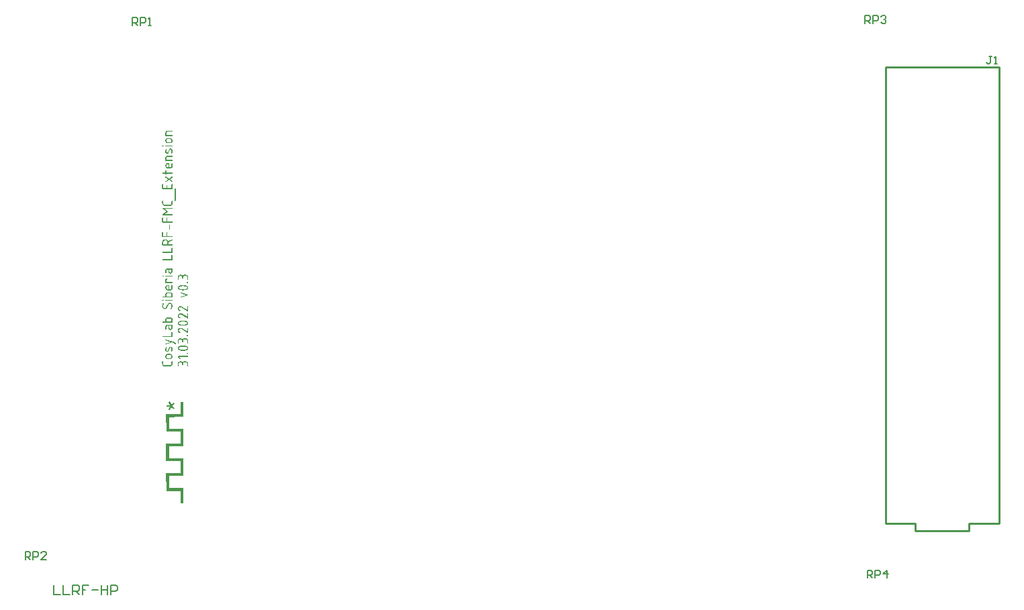
<source format=gto>
G04*
G04 #@! TF.GenerationSoftware,Altium Limited,Altium Designer,21.8.1 (53)*
G04*
G04 Layer_Color=439754*
%FSAX43Y43*%
%MOMM*%
G71*
G04*
G04 #@! TF.SameCoordinates,1811E041-B113-4E41-AA8A-15301D721C4D*
G04*
G04*
G04 #@! TF.FilePolarity,Positive*
G04*
G01*
G75*
%ADD10C,0.254*%
%ADD11C,0.200*%
G36*
X0338968Y0137685D02*
Y0137985D01*
Y0138029D01*
Y0138047D01*
X0339340D01*
Y0136116D01*
X0339318D01*
X0339296D01*
X0339224D01*
X0339023D01*
X0338881D01*
X0337581Y0136106D01*
X0337548Y0136116D01*
X0337537Y0136106D01*
Y0134663D01*
X0339329D01*
X0339340Y0134652D01*
Y0132423D01*
X0339329Y0132412D01*
X0337537D01*
Y0130926D01*
X0337548Y0130915D01*
X0339340D01*
Y0128697D01*
X0337548D01*
X0337537Y0128686D01*
Y0127167D01*
X0337548Y0127156D01*
X0339329D01*
X0339340Y0127146D01*
Y0125201D01*
X0338979D01*
Y0126774D01*
X0338968Y0126785D01*
X0337176D01*
Y0126807D01*
X0337165Y0129058D01*
X0337176Y0129069D01*
X0338968D01*
Y0129091D01*
X0338979Y0130533D01*
X0338968Y0130544D01*
X0338957Y0130555D01*
X0337176D01*
X0337165Y0130566D01*
Y0132773D01*
X0337176Y0132784D01*
X0338968D01*
X0338979Y0132795D01*
Y0134270D01*
X0338968Y0134281D01*
X0337176D01*
Y0134303D01*
X0337165Y0136466D01*
X0337176Y0136488D01*
X0338968D01*
Y0136510D01*
Y0137685D01*
D02*
G37*
G36*
X0337924Y0172230D02*
X0337935Y0172228D01*
X0337945Y0172223D01*
X0337957Y0172216D01*
X0337968Y0172204D01*
X0337975Y0172188D01*
X0337978Y0172165D01*
Y0172162D01*
X0337976Y0172155D01*
X0337975Y0172145D01*
X0337970Y0172132D01*
X0337963Y0172120D01*
X0337950Y0172110D01*
X0337935Y0172103D01*
X0337914Y0172100D01*
X0337321D01*
X0337319D01*
X0337312D01*
X0337302Y0172098D01*
X0337288Y0172094D01*
X0337274Y0172091D01*
X0337258Y0172084D01*
X0337243Y0172073D01*
X0337227Y0172061D01*
X0337225Y0172060D01*
X0337222Y0172054D01*
X0337215Y0172046D01*
X0337208Y0172035D01*
X0337201Y0172021D01*
X0337194Y0172006D01*
X0337191Y0171988D01*
X0337189Y0171968D01*
Y0171706D01*
X0337914D01*
X0337917D01*
X0337924Y0171704D01*
X0337935Y0171702D01*
X0337945Y0171697D01*
X0337957Y0171690D01*
X0337968Y0171678D01*
X0337975Y0171662D01*
X0337978Y0171640D01*
Y0171636D01*
X0337976Y0171629D01*
X0337975Y0171619D01*
X0337970Y0171607D01*
X0337963Y0171595D01*
X0337950Y0171584D01*
X0337935Y0171577D01*
X0337914Y0171574D01*
X0337123D01*
X0337119D01*
X0337113Y0171576D01*
X0337102Y0171577D01*
X0337090Y0171583D01*
X0337078Y0171589D01*
X0337067Y0171602D01*
X0337060Y0171617D01*
X0337057Y0171638D01*
Y0171978D01*
X0337059Y0171987D01*
Y0171995D01*
X0337060Y0172008D01*
X0337066Y0172034D01*
X0337076Y0172063D01*
X0337090Y0172094D01*
X0337107Y0172126D01*
X0337119Y0172141D01*
X0337133Y0172155D01*
Y0172157D01*
X0337137Y0172158D01*
X0337147Y0172167D01*
X0337163Y0172179D01*
X0337185Y0172193D01*
X0337213Y0172207D01*
X0337244Y0172219D01*
X0337281Y0172228D01*
X0337300Y0172231D01*
X0337321D01*
X0337914D01*
X0337917D01*
X0337924Y0172230D01*
D02*
G37*
G36*
X0337673Y0171308D02*
X0337685Y0171307D01*
X0337699Y0171305D01*
X0337730Y0171298D01*
X0337767Y0171286D01*
X0337806Y0171269D01*
X0337826Y0171258D01*
X0337845Y0171246D01*
X0337864Y0171230D01*
X0337883Y0171213D01*
X0337885Y0171211D01*
X0337886Y0171210D01*
X0337891Y0171203D01*
X0337898Y0171196D01*
X0337905Y0171187D01*
X0337912Y0171175D01*
X0337921Y0171163D01*
X0337930Y0171149D01*
X0337949Y0171114D01*
X0337963Y0171074D01*
X0337975Y0171029D01*
X0337976Y0171007D01*
X0337978Y0170981D01*
Y0170967D01*
X0337976Y0170958D01*
X0337975Y0170946D01*
X0337973Y0170932D01*
X0337966Y0170901D01*
X0337956Y0170864D01*
X0337938Y0170824D01*
X0337926Y0170805D01*
X0337914Y0170786D01*
X0337900Y0170767D01*
X0337883Y0170748D01*
X0337881Y0170746D01*
X0337878Y0170745D01*
X0337872Y0170739D01*
X0337865Y0170732D01*
X0337857Y0170726D01*
X0337845Y0170719D01*
X0337832Y0170710D01*
X0337819Y0170701D01*
X0337784Y0170682D01*
X0337744Y0170668D01*
X0337699Y0170656D01*
X0337675Y0170654D01*
X0337650Y0170653D01*
X0337387D01*
X0337385D01*
X0337380D01*
X0337373D01*
X0337364Y0170654D01*
X0337352Y0170656D01*
X0337338Y0170658D01*
X0337307Y0170665D01*
X0337270Y0170675D01*
X0337230Y0170693D01*
X0337211Y0170705D01*
X0337192Y0170717D01*
X0337173Y0170731D01*
X0337154Y0170748D01*
X0337152Y0170750D01*
X0337151Y0170753D01*
X0337146Y0170758D01*
X0337139Y0170765D01*
X0337132Y0170774D01*
X0337123Y0170786D01*
X0337114Y0170798D01*
X0337106Y0170812D01*
X0337088Y0170847D01*
X0337073Y0170887D01*
X0337060Y0170932D01*
X0337059Y0170956D01*
X0337057Y0170981D01*
Y0170994D01*
X0337059Y0171003D01*
X0337060Y0171015D01*
X0337062Y0171029D01*
X0337069Y0171062D01*
X0337080Y0171099D01*
X0337097Y0171138D01*
X0337107Y0171158D01*
X0337121Y0171177D01*
X0337135Y0171196D01*
X0337152Y0171215D01*
X0337154Y0171216D01*
X0337156Y0171218D01*
X0337163Y0171223D01*
X0337170Y0171230D01*
X0337178Y0171237D01*
X0337191Y0171244D01*
X0337203Y0171253D01*
X0337217Y0171263D01*
X0337251Y0171281D01*
X0337291Y0171295D01*
X0337336Y0171307D01*
X0337361Y0171308D01*
X0337387Y0171310D01*
X0337650D01*
X0337652D01*
X0337656D01*
X0337664D01*
X0337673Y0171308D01*
D02*
G37*
G36*
X0337924Y0170389D02*
X0337935Y0170387D01*
X0337945Y0170382D01*
X0337957Y0170375D01*
X0337968Y0170363D01*
X0337975Y0170347D01*
X0337978Y0170325D01*
Y0170321D01*
X0337976Y0170314D01*
X0337975Y0170304D01*
X0337970Y0170292D01*
X0337963Y0170280D01*
X0337950Y0170269D01*
X0337935Y0170262D01*
X0337914Y0170259D01*
X0337125D01*
X0337121D01*
X0337114Y0170261D01*
X0337104Y0170262D01*
X0337092Y0170268D01*
X0337080Y0170274D01*
X0337069Y0170287D01*
X0337062Y0170302D01*
X0337059Y0170325D01*
Y0170328D01*
X0337060Y0170335D01*
X0337062Y0170346D01*
X0337067Y0170358D01*
X0337074Y0170370D01*
X0337087Y0170380D01*
X0337102Y0170387D01*
X0337125Y0170391D01*
X0337914D01*
X0337918D01*
X0337924Y0170389D01*
D02*
G37*
G36*
X0336805D02*
X0336816Y0170387D01*
X0336828Y0170382D01*
X0336840Y0170375D01*
X0336851Y0170363D01*
X0336858Y0170347D01*
X0336861Y0170325D01*
Y0170321D01*
X0336859Y0170314D01*
X0336858Y0170304D01*
X0336852Y0170292D01*
X0336845Y0170280D01*
X0336833Y0170269D01*
X0336818Y0170262D01*
X0336795Y0170259D01*
X0336729D01*
X0336726D01*
X0336719Y0170261D01*
X0336708Y0170262D01*
X0336696Y0170268D01*
X0336684Y0170274D01*
X0336674Y0170287D01*
X0336667Y0170302D01*
X0336663Y0170325D01*
Y0170328D01*
X0336665Y0170335D01*
X0336667Y0170346D01*
X0336672Y0170358D01*
X0336679Y0170370D01*
X0336691Y0170380D01*
X0336707Y0170387D01*
X0336729Y0170391D01*
X0336795D01*
X0336799D01*
X0336805Y0170389D01*
D02*
G37*
G36*
X0337768Y0169992D02*
X0337779Y0169990D01*
X0337791Y0169988D01*
X0337817Y0169981D01*
X0337845Y0169971D01*
X0337876Y0169954D01*
X0337890Y0169943D01*
X0337904Y0169931D01*
X0337916Y0169917D01*
X0337928Y0169900D01*
Y0169898D01*
X0337930Y0169896D01*
X0337933Y0169891D01*
X0337935Y0169886D01*
X0337944Y0169867D01*
X0337952Y0169842D01*
X0337963Y0169813D01*
X0337970Y0169778D01*
X0337976Y0169737D01*
X0337978Y0169692D01*
Y0169672D01*
X0337976Y0169660D01*
Y0169643D01*
X0337975Y0169626D01*
X0337971Y0169605D01*
X0337970Y0169581D01*
X0337961Y0169530D01*
X0337947Y0169478D01*
X0337930Y0169424D01*
X0337905Y0169374D01*
X0337904Y0169372D01*
X0337902Y0169369D01*
X0337897Y0169362D01*
X0337890Y0169355D01*
X0337881Y0169348D01*
X0337872Y0169341D01*
X0337860Y0169338D01*
X0337846Y0169336D01*
X0337845D01*
X0337841D01*
X0337831Y0169338D01*
X0337817Y0169345D01*
X0337808Y0169348D01*
X0337801Y0169355D01*
X0337800Y0169357D01*
X0337798Y0169358D01*
X0337791Y0169369D01*
X0337786Y0169383D01*
X0337782Y0169393D01*
Y0169411D01*
X0337784Y0169419D01*
X0337786Y0169428D01*
Y0169430D01*
X0337789Y0169433D01*
X0337793Y0169442D01*
X0337796Y0169452D01*
X0337801Y0169464D01*
X0337808Y0169480D01*
X0337815Y0169499D01*
X0337824Y0169522D01*
Y0169523D01*
X0337826Y0169525D01*
Y0169530D01*
X0337827Y0169537D01*
X0337831Y0169555D01*
X0337834Y0169577D01*
X0337839Y0169603D01*
X0337843Y0169633D01*
X0337845Y0169664D01*
X0337846Y0169695D01*
Y0169711D01*
X0337845Y0169721D01*
X0337843Y0169733D01*
X0337841Y0169747D01*
X0337834Y0169778D01*
X0337822Y0169810D01*
X0337815Y0169823D01*
X0337805Y0169836D01*
X0337794Y0169846D01*
X0337780Y0169855D01*
X0337767Y0169860D01*
X0337749Y0169862D01*
X0337746D01*
X0337739D01*
X0337728Y0169858D01*
X0337715Y0169855D01*
X0337699Y0169848D01*
X0337685Y0169839D01*
X0337671Y0169825D01*
X0337659Y0169806D01*
X0337496Y0169470D01*
Y0169468D01*
X0337492Y0169464D01*
X0337489Y0169457D01*
X0337484Y0169449D01*
X0337468Y0169428D01*
X0337447Y0169404D01*
X0337433Y0169390D01*
X0337418Y0169378D01*
X0337401Y0169367D01*
X0337383Y0169357D01*
X0337362Y0169348D01*
X0337340Y0169341D01*
X0337316Y0169338D01*
X0337289Y0169336D01*
X0337288D01*
X0337284D01*
X0337279D01*
X0337270Y0169338D01*
X0337250Y0169341D01*
X0337224Y0169348D01*
X0337196Y0169358D01*
X0337166Y0169376D01*
X0337152Y0169386D01*
X0337139Y0169398D01*
X0337125Y0169414D01*
X0337113Y0169430D01*
Y0169431D01*
X0337111Y0169433D01*
X0337107Y0169438D01*
X0337104Y0169443D01*
X0337095Y0169463D01*
X0337085Y0169485D01*
X0337076Y0169515D01*
X0337067Y0169549D01*
X0337060Y0169587D01*
X0337059Y0169631D01*
Y0169645D01*
X0337060Y0169655D01*
Y0169669D01*
X0337062Y0169683D01*
X0337066Y0169700D01*
X0337067Y0169719D01*
X0337076Y0169759D01*
X0337090Y0169804D01*
X0337109Y0169849D01*
X0337119Y0169870D01*
X0337133Y0169893D01*
X0337135Y0169895D01*
X0337137Y0169898D01*
X0337142Y0169903D01*
X0337149Y0169910D01*
X0337166Y0169922D01*
X0337178Y0169926D01*
X0337191Y0169928D01*
X0337192D01*
X0337194D01*
X0337206Y0169926D01*
X0337222Y0169919D01*
X0337229Y0169915D01*
X0337237Y0169908D01*
X0337241Y0169905D01*
X0337246Y0169896D01*
X0337253Y0169881D01*
X0337255Y0169872D01*
X0337257Y0169862D01*
Y0169858D01*
X0337255Y0169851D01*
X0337253Y0169842D01*
X0337248Y0169832D01*
Y0169830D01*
X0337246Y0169829D01*
X0337243Y0169823D01*
X0337239Y0169815D01*
X0337234Y0169806D01*
X0337230Y0169796D01*
X0337218Y0169771D01*
X0337208Y0169742D01*
X0337199Y0169707D01*
X0337192Y0169671D01*
X0337191Y0169631D01*
Y0169615D01*
X0337192Y0169605D01*
X0337194Y0169593D01*
X0337196Y0169579D01*
X0337203Y0169549D01*
X0337215Y0169520D01*
X0337222Y0169506D01*
X0337232Y0169494D01*
X0337244Y0169483D01*
X0337257Y0169475D01*
X0337272Y0169470D01*
X0337289Y0169468D01*
X0337293D01*
X0337300Y0169470D01*
X0337310Y0169471D01*
X0337322Y0169475D01*
X0337338Y0169482D01*
X0337352Y0169490D01*
X0337366Y0169504D01*
X0337376Y0169522D01*
X0337541Y0169862D01*
Y0169863D01*
X0337545Y0169867D01*
X0337548Y0169874D01*
X0337553Y0169882D01*
X0337569Y0169903D01*
X0337591Y0169928D01*
X0337621Y0169952D01*
X0337636Y0169962D01*
X0337656Y0169973D01*
X0337676Y0169981D01*
X0337699Y0169988D01*
X0337723Y0169992D01*
X0337749Y0169993D01*
X0337751D01*
X0337754D01*
X0337761D01*
X0337768Y0169992D01*
D02*
G37*
G36*
X0337924Y0169072D02*
X0337935Y0169071D01*
X0337945Y0169065D01*
X0337957Y0169058D01*
X0337968Y0169046D01*
X0337975Y0169031D01*
X0337978Y0169008D01*
Y0169005D01*
X0337976Y0168998D01*
X0337975Y0168987D01*
X0337970Y0168975D01*
X0337963Y0168963D01*
X0337950Y0168953D01*
X0337935Y0168946D01*
X0337914Y0168942D01*
X0337321D01*
X0337319D01*
X0337312D01*
X0337302Y0168940D01*
X0337288Y0168937D01*
X0337274Y0168933D01*
X0337258Y0168927D01*
X0337243Y0168916D01*
X0337227Y0168904D01*
X0337225Y0168902D01*
X0337222Y0168897D01*
X0337215Y0168888D01*
X0337208Y0168878D01*
X0337201Y0168864D01*
X0337194Y0168848D01*
X0337191Y0168831D01*
X0337189Y0168810D01*
Y0168548D01*
X0337914D01*
X0337918D01*
X0337924Y0168547D01*
X0337935Y0168545D01*
X0337945Y0168540D01*
X0337957Y0168533D01*
X0337968Y0168521D01*
X0337975Y0168505D01*
X0337978Y0168482D01*
Y0168479D01*
X0337976Y0168472D01*
X0337975Y0168462D01*
X0337970Y0168449D01*
X0337963Y0168437D01*
X0337950Y0168427D01*
X0337935Y0168420D01*
X0337914Y0168416D01*
X0337123D01*
X0337119D01*
X0337113Y0168418D01*
X0337102Y0168420D01*
X0337090Y0168425D01*
X0337078Y0168432D01*
X0337067Y0168444D01*
X0337060Y0168460D01*
X0337057Y0168481D01*
Y0168821D01*
X0337059Y0168829D01*
Y0168838D01*
X0337060Y0168850D01*
X0337066Y0168876D01*
X0337076Y0168906D01*
X0337090Y0168937D01*
X0337107Y0168968D01*
X0337119Y0168984D01*
X0337133Y0168998D01*
Y0168999D01*
X0337137Y0169001D01*
X0337147Y0169010D01*
X0337163Y0169022D01*
X0337185Y0169036D01*
X0337213Y0169050D01*
X0337244Y0169062D01*
X0337281Y0169071D01*
X0337300Y0169074D01*
X0337321D01*
X0337914D01*
X0337918D01*
X0337924Y0169072D01*
D02*
G37*
G36*
X0337923Y0168151D02*
X0337933Y0168149D01*
X0337945Y0168144D01*
X0337957Y0168137D01*
X0337968Y0168125D01*
X0337975Y0168109D01*
X0337978Y0168087D01*
Y0167747D01*
X0337976Y0167740D01*
X0337975Y0167719D01*
X0337970Y0167693D01*
X0337959Y0167664D01*
X0337947Y0167632D01*
X0337928Y0167601D01*
X0337918Y0167585D01*
X0337904Y0167572D01*
X0337902D01*
X0337900Y0167568D01*
X0337890Y0167559D01*
X0337874Y0167547D01*
X0337852Y0167533D01*
X0337824Y0167520D01*
X0337793Y0167507D01*
X0337756Y0167499D01*
X0337737Y0167497D01*
X0337716Y0167495D01*
X0337387D01*
X0337385D01*
X0337380D01*
X0337373D01*
X0337364Y0167497D01*
X0337352Y0167499D01*
X0337338Y0167501D01*
X0337307Y0167507D01*
X0337270Y0167518D01*
X0337230Y0167535D01*
X0337211Y0167547D01*
X0337192Y0167559D01*
X0337173Y0167573D01*
X0337154Y0167591D01*
X0337152Y0167592D01*
X0337151Y0167596D01*
X0337146Y0167601D01*
X0337139Y0167608D01*
X0337132Y0167617D01*
X0337123Y0167629D01*
X0337114Y0167641D01*
X0337106Y0167657D01*
X0337088Y0167690D01*
X0337073Y0167729D01*
X0337060Y0167775D01*
X0337059Y0167799D01*
X0337057Y0167823D01*
Y0167837D01*
X0337059Y0167846D01*
X0337060Y0167858D01*
X0337062Y0167872D01*
X0337069Y0167905D01*
X0337080Y0167941D01*
X0337097Y0167981D01*
X0337107Y0168000D01*
X0337121Y0168019D01*
X0337135Y0168038D01*
X0337152Y0168057D01*
X0337154Y0168059D01*
X0337156Y0168061D01*
X0337163Y0168066D01*
X0337170Y0168073D01*
X0337178Y0168080D01*
X0337191Y0168087D01*
X0337203Y0168096D01*
X0337217Y0168106D01*
X0337251Y0168123D01*
X0337291Y0168137D01*
X0337336Y0168149D01*
X0337361Y0168151D01*
X0337387Y0168153D01*
X0337584D01*
Y0167627D01*
X0337716D01*
X0337718D01*
X0337725D01*
X0337735Y0167629D01*
X0337747Y0167632D01*
X0337763Y0167636D01*
X0337777Y0167643D01*
X0337793Y0167653D01*
X0337808Y0167665D01*
X0337810Y0167667D01*
X0337813Y0167672D01*
X0337820Y0167681D01*
X0337827Y0167691D01*
X0337834Y0167705D01*
X0337841Y0167721D01*
X0337845Y0167738D01*
X0337846Y0167757D01*
Y0168090D01*
X0337848Y0168097D01*
X0337850Y0168108D01*
X0337855Y0168120D01*
X0337862Y0168132D01*
X0337874Y0168142D01*
X0337890Y0168149D01*
X0337912Y0168153D01*
X0337916D01*
X0337923Y0168151D01*
D02*
G37*
G36*
X0337133Y0167228D02*
X0337144Y0167226D01*
X0337156Y0167221D01*
X0337168Y0167214D01*
X0337178Y0167202D01*
X0337185Y0167186D01*
X0337189Y0167164D01*
Y0166968D01*
X0337914D01*
X0337918D01*
X0337924Y0166966D01*
X0337935Y0166964D01*
X0337945Y0166959D01*
X0337957Y0166952D01*
X0337968Y0166940D01*
X0337975Y0166925D01*
X0337978Y0166902D01*
Y0166899D01*
X0337976Y0166892D01*
X0337975Y0166881D01*
X0337970Y0166869D01*
X0337963Y0166857D01*
X0337950Y0166846D01*
X0337935Y0166840D01*
X0337914Y0166836D01*
X0337189D01*
Y0166767D01*
X0337187Y0166760D01*
X0337185Y0166749D01*
X0337180Y0166737D01*
X0337173Y0166725D01*
X0337161Y0166715D01*
X0337146Y0166708D01*
X0337123Y0166704D01*
X0337119D01*
X0337113Y0166706D01*
X0337102Y0166708D01*
X0337090Y0166713D01*
X0337078Y0166720D01*
X0337067Y0166732D01*
X0337060Y0166748D01*
X0337057Y0166770D01*
Y0166836D01*
X0336729D01*
X0336726D01*
X0336719Y0166838D01*
X0336708Y0166840D01*
X0336696Y0166845D01*
X0336684Y0166852D01*
X0336674Y0166864D01*
X0336667Y0166879D01*
X0336663Y0166902D01*
Y0166905D01*
X0336665Y0166912D01*
X0336667Y0166923D01*
X0336672Y0166935D01*
X0336679Y0166947D01*
X0336691Y0166958D01*
X0336707Y0166964D01*
X0336729Y0166968D01*
X0337057D01*
Y0167167D01*
X0337059Y0167174D01*
X0337060Y0167185D01*
X0337066Y0167197D01*
X0337073Y0167209D01*
X0337085Y0167219D01*
X0337100Y0167226D01*
X0337123Y0167230D01*
X0337126D01*
X0337133Y0167228D01*
D02*
G37*
G36*
X0337924Y0166439D02*
X0337935Y0166437D01*
X0337945Y0166432D01*
X0337957Y0166425D01*
X0337968Y0166413D01*
X0337975Y0166397D01*
X0337978Y0166375D01*
Y0166369D01*
X0337976Y0166362D01*
X0337975Y0166356D01*
X0337971Y0166347D01*
X0337966Y0166338D01*
X0337959Y0166329D01*
X0337950Y0166321D01*
X0337636Y0166113D01*
X0337950Y0165904D01*
X0337952D01*
X0337954Y0165901D01*
X0337959Y0165896D01*
X0337964Y0165891D01*
X0337973Y0165873D01*
X0337976Y0165861D01*
X0337978Y0165849D01*
Y0165845D01*
X0337976Y0165833D01*
X0337970Y0165818D01*
X0337966Y0165811D01*
X0337959Y0165802D01*
X0337957D01*
X0337956Y0165799D01*
X0337947Y0165793D01*
X0337931Y0165786D01*
X0337923Y0165785D01*
X0337914Y0165783D01*
X0337912D01*
X0337911D01*
X0337902Y0165785D01*
X0337890Y0165788D01*
X0337876Y0165795D01*
X0337518Y0166033D01*
X0337161Y0165795D01*
X0337158Y0165793D01*
X0337149Y0165790D01*
X0337137Y0165785D01*
X0337123Y0165783D01*
X0337119D01*
X0337113Y0165785D01*
X0337102Y0165786D01*
X0337090Y0165792D01*
X0337078Y0165799D01*
X0337067Y0165811D01*
X0337060Y0165826D01*
X0337057Y0165849D01*
Y0165854D01*
X0337059Y0165861D01*
X0337060Y0165870D01*
X0337064Y0165878D01*
X0337069Y0165887D01*
X0337076Y0165896D01*
X0337087Y0165904D01*
X0337399Y0166113D01*
X0337087Y0166321D01*
X0337085Y0166323D01*
X0337081Y0166324D01*
X0337071Y0166335D01*
X0337062Y0166352D01*
X0337059Y0166362D01*
X0337057Y0166375D01*
Y0166378D01*
X0337059Y0166385D01*
X0337060Y0166395D01*
X0337066Y0166408D01*
X0337073Y0166420D01*
X0337085Y0166430D01*
X0337100Y0166437D01*
X0337123Y0166441D01*
X0337125D01*
X0337126D01*
X0337135Y0166439D01*
X0337147Y0166437D01*
X0337161Y0166430D01*
X0337518Y0166192D01*
X0337876Y0166430D01*
X0337879Y0166432D01*
X0337886Y0166435D01*
X0337898Y0166439D01*
X0337914Y0166441D01*
X0337918D01*
X0337924Y0166439D01*
D02*
G37*
G36*
X0337923Y0165519D02*
X0337933Y0165518D01*
X0337945Y0165512D01*
X0337957Y0165505D01*
X0337968Y0165493D01*
X0337975Y0165478D01*
X0337978Y0165455D01*
Y0164926D01*
X0337976Y0164919D01*
X0337975Y0164909D01*
X0337970Y0164897D01*
X0337963Y0164884D01*
X0337950Y0164874D01*
X0337935Y0164867D01*
X0337914Y0164864D01*
X0336729D01*
X0336726D01*
X0336719Y0164865D01*
X0336708Y0164867D01*
X0336696Y0164872D01*
X0336684Y0164879D01*
X0336674Y0164891D01*
X0336667Y0164907D01*
X0336663Y0164929D01*
Y0165459D01*
X0336665Y0165466D01*
X0336667Y0165476D01*
X0336672Y0165488D01*
X0336679Y0165500D01*
X0336691Y0165511D01*
X0336707Y0165518D01*
X0336729Y0165521D01*
X0336733D01*
X0336740Y0165519D01*
X0336750Y0165518D01*
X0336762Y0165512D01*
X0336774Y0165505D01*
X0336785Y0165493D01*
X0336792Y0165478D01*
X0336795Y0165455D01*
Y0164995D01*
X0337189D01*
Y0165327D01*
X0337191Y0165334D01*
X0337192Y0165344D01*
X0337198Y0165356D01*
X0337204Y0165368D01*
X0337217Y0165379D01*
X0337232Y0165386D01*
X0337255Y0165389D01*
X0337258D01*
X0337265Y0165387D01*
X0337276Y0165386D01*
X0337288Y0165381D01*
X0337300Y0165374D01*
X0337310Y0165361D01*
X0337317Y0165346D01*
X0337321Y0165323D01*
Y0164995D01*
X0337846D01*
Y0165459D01*
X0337848Y0165466D01*
X0337850Y0165476D01*
X0337855Y0165488D01*
X0337862Y0165500D01*
X0337874Y0165511D01*
X0337890Y0165518D01*
X0337912Y0165521D01*
X0337916D01*
X0337923Y0165519D01*
D02*
G37*
G36*
X0338316Y0164926D02*
X0338327Y0164924D01*
X0338339Y0164919D01*
X0338351Y0164912D01*
X0338362Y0164900D01*
X0338369Y0164884D01*
X0338372Y0164862D01*
Y0163415D01*
X0338370Y0163408D01*
X0338369Y0163398D01*
X0338363Y0163385D01*
X0338356Y0163373D01*
X0338344Y0163363D01*
X0338329Y0163356D01*
X0338306Y0163353D01*
X0338303D01*
X0338296Y0163354D01*
X0338285Y0163356D01*
X0338273Y0163361D01*
X0338261Y0163368D01*
X0338251Y0163380D01*
X0338244Y0163396D01*
X0338240Y0163418D01*
Y0164865D01*
X0338242Y0164872D01*
X0338244Y0164883D01*
X0338249Y0164895D01*
X0338256Y0164907D01*
X0338268Y0164917D01*
X0338284Y0164924D01*
X0338306Y0164928D01*
X0338310D01*
X0338316Y0164926D01*
D02*
G37*
G36*
X0337923Y0163415D02*
X0337933Y0163413D01*
X0337945Y0163408D01*
X0337957Y0163401D01*
X0337968Y0163389D01*
X0337975Y0163373D01*
X0337978Y0163351D01*
Y0163073D01*
X0337976Y0163065D01*
X0337975Y0163052D01*
X0337973Y0163039D01*
X0337966Y0163007D01*
X0337956Y0162971D01*
X0337938Y0162933D01*
X0337926Y0162912D01*
X0337914Y0162893D01*
X0337900Y0162874D01*
X0337883Y0162855D01*
X0337881Y0162853D01*
X0337878Y0162851D01*
X0337872Y0162846D01*
X0337865Y0162839D01*
X0337857Y0162832D01*
X0337845Y0162825D01*
X0337832Y0162816D01*
X0337819Y0162808D01*
X0337784Y0162789D01*
X0337744Y0162775D01*
X0337699Y0162763D01*
X0337675Y0162761D01*
X0337650Y0162759D01*
X0336993D01*
X0336991D01*
X0336986D01*
X0336979D01*
X0336970Y0162761D01*
X0336958Y0162763D01*
X0336944Y0162764D01*
X0336913Y0162771D01*
X0336877Y0162782D01*
X0336837Y0162799D01*
X0336818Y0162811D01*
X0336799Y0162823D01*
X0336779Y0162837D01*
X0336760Y0162855D01*
X0336759Y0162856D01*
X0336757Y0162860D01*
X0336752Y0162865D01*
X0336745Y0162872D01*
X0336738Y0162881D01*
X0336729Y0162893D01*
X0336720Y0162905D01*
X0336712Y0162921D01*
X0336694Y0162954D01*
X0336679Y0162993D01*
X0336667Y0163039D01*
X0336665Y0163063D01*
X0336663Y0163087D01*
Y0163354D01*
X0336665Y0163361D01*
X0336667Y0163372D01*
X0336672Y0163384D01*
X0336679Y0163396D01*
X0336691Y0163406D01*
X0336707Y0163413D01*
X0336729Y0163417D01*
X0336733D01*
X0336740Y0163415D01*
X0336750Y0163413D01*
X0336762Y0163408D01*
X0336774Y0163401D01*
X0336785Y0163389D01*
X0336792Y0163373D01*
X0336795Y0163351D01*
Y0163073D01*
X0336799Y0163058D01*
X0336802Y0163039D01*
X0336809Y0163018D01*
X0336819Y0162993D01*
X0336835Y0162971D01*
X0336854Y0162948D01*
X0336856Y0162947D01*
X0336864Y0162940D01*
X0336877Y0162931D01*
X0336892Y0162921D01*
X0336913Y0162908D01*
X0336937Y0162900D01*
X0336963Y0162893D01*
X0336993Y0162891D01*
X0337650D01*
X0337652D01*
X0337654D01*
X0337664Y0162893D01*
X0337680Y0162895D01*
X0337699Y0162898D01*
X0337720Y0162905D01*
X0337744Y0162915D01*
X0337767Y0162929D01*
X0337789Y0162948D01*
X0337791Y0162952D01*
X0337798Y0162959D01*
X0337806Y0162971D01*
X0337817Y0162986D01*
X0337829Y0163007D01*
X0337838Y0163032D01*
X0337845Y0163058D01*
X0337846Y0163087D01*
Y0163354D01*
X0337848Y0163361D01*
X0337850Y0163372D01*
X0337855Y0163384D01*
X0337862Y0163396D01*
X0337874Y0163406D01*
X0337890Y0163413D01*
X0337912Y0163417D01*
X0337916D01*
X0337923Y0163415D01*
D02*
G37*
G36*
X0337924Y0162494D02*
X0337935Y0162492D01*
X0337945Y0162487D01*
X0337957Y0162480D01*
X0337968Y0162468D01*
X0337975Y0162452D01*
X0337978Y0162430D01*
Y0162426D01*
X0337976Y0162419D01*
X0337975Y0162409D01*
X0337970Y0162397D01*
X0337963Y0162385D01*
X0337950Y0162374D01*
X0337935Y0162367D01*
X0337914Y0162364D01*
X0336946D01*
X0337347Y0162095D01*
X0337348Y0162093D01*
X0337354Y0162090D01*
X0337359Y0162084D01*
X0337366Y0162077D01*
X0337375Y0162069D01*
X0337380Y0162058D01*
X0337385Y0162048D01*
X0337387Y0162036D01*
Y0162031D01*
X0337385Y0162024D01*
X0337381Y0162015D01*
X0337376Y0162005D01*
X0337369Y0161994D01*
X0337361Y0161984D01*
X0337347Y0161973D01*
X0336946Y0161708D01*
X0337914D01*
X0337918D01*
X0337924Y0161706D01*
X0337935Y0161704D01*
X0337945Y0161699D01*
X0337957Y0161692D01*
X0337968Y0161680D01*
X0337975Y0161665D01*
X0337978Y0161642D01*
Y0161639D01*
X0337976Y0161632D01*
X0337975Y0161621D01*
X0337970Y0161609D01*
X0337963Y0161597D01*
X0337950Y0161586D01*
X0337935Y0161580D01*
X0337914Y0161576D01*
X0336729D01*
X0336726D01*
X0336719Y0161578D01*
X0336708Y0161580D01*
X0336696Y0161585D01*
X0336684Y0161592D01*
X0336674Y0161604D01*
X0336667Y0161619D01*
X0336663Y0161640D01*
Y0161647D01*
X0336665Y0161652D01*
X0336667Y0161661D01*
X0336672Y0161671D01*
X0336677Y0161680D01*
X0336686Y0161691D01*
X0336696Y0161699D01*
X0337203Y0162034D01*
X0336693Y0162374D01*
X0336691Y0162376D01*
X0336688Y0162378D01*
X0336684Y0162381D01*
X0336677Y0162388D01*
X0336672Y0162395D01*
X0336668Y0162405D01*
X0336665Y0162416D01*
X0336663Y0162430D01*
Y0162433D01*
X0336665Y0162440D01*
X0336667Y0162450D01*
X0336672Y0162463D01*
X0336679Y0162475D01*
X0336691Y0162485D01*
X0336707Y0162492D01*
X0336729Y0162496D01*
X0337914D01*
X0337918D01*
X0337924Y0162494D01*
D02*
G37*
G36*
X0337265Y0161311D02*
X0337276Y0161309D01*
X0337288Y0161304D01*
X0337300Y0161297D01*
X0337310Y0161285D01*
X0337317Y0161269D01*
X0337321Y0161246D01*
Y0160787D01*
X0337914D01*
X0337918D01*
X0337924Y0160785D01*
X0337935Y0160783D01*
X0337945Y0160778D01*
X0337957Y0160771D01*
X0337968Y0160759D01*
X0337975Y0160743D01*
X0337978Y0160721D01*
Y0160717D01*
X0337976Y0160710D01*
X0337975Y0160700D01*
X0337970Y0160688D01*
X0337963Y0160676D01*
X0337950Y0160665D01*
X0337935Y0160658D01*
X0337914Y0160655D01*
X0336729D01*
X0336726D01*
X0336719Y0160657D01*
X0336708Y0160658D01*
X0336696Y0160664D01*
X0336684Y0160671D01*
X0336674Y0160683D01*
X0336667Y0160698D01*
X0336663Y0160721D01*
Y0161250D01*
X0336665Y0161257D01*
X0336667Y0161267D01*
X0336672Y0161279D01*
X0336679Y0161292D01*
X0336691Y0161302D01*
X0336707Y0161309D01*
X0336729Y0161312D01*
X0336733D01*
X0336740Y0161311D01*
X0336750Y0161309D01*
X0336762Y0161304D01*
X0336774Y0161297D01*
X0336785Y0161285D01*
X0336792Y0161269D01*
X0336795Y0161246D01*
Y0160787D01*
X0337189D01*
Y0161250D01*
X0337191Y0161257D01*
X0337192Y0161267D01*
X0337198Y0161279D01*
X0337204Y0161292D01*
X0337217Y0161302D01*
X0337232Y0161309D01*
X0337255Y0161312D01*
X0337258D01*
X0337265Y0161311D01*
D02*
G37*
G36*
X0337595Y0160388D02*
X0337605Y0160386D01*
X0337617Y0160381D01*
X0337630Y0160374D01*
X0337640Y0160362D01*
X0337647Y0160346D01*
X0337650Y0160324D01*
Y0159794D01*
X0337649Y0159787D01*
X0337647Y0159777D01*
X0337642Y0159765D01*
X0337635Y0159753D01*
X0337623Y0159742D01*
X0337607Y0159735D01*
X0337584Y0159732D01*
X0337581D01*
X0337574Y0159734D01*
X0337564Y0159735D01*
X0337551Y0159741D01*
X0337539Y0159748D01*
X0337529Y0159760D01*
X0337522Y0159775D01*
X0337518Y0159798D01*
Y0160327D01*
X0337520Y0160334D01*
X0337522Y0160344D01*
X0337527Y0160357D01*
X0337534Y0160369D01*
X0337546Y0160379D01*
X0337562Y0160386D01*
X0337584Y0160389D01*
X0337588D01*
X0337595Y0160388D01*
D02*
G37*
G36*
X0337265Y0159468D02*
X0337276Y0159467D01*
X0337288Y0159461D01*
X0337300Y0159454D01*
X0337310Y0159442D01*
X0337317Y0159427D01*
X0337321Y0159404D01*
Y0158944D01*
X0337914D01*
X0337918D01*
X0337924Y0158943D01*
X0337935Y0158941D01*
X0337945Y0158936D01*
X0337957Y0158929D01*
X0337968Y0158917D01*
X0337975Y0158901D01*
X0337978Y0158878D01*
Y0158875D01*
X0337976Y0158868D01*
X0337975Y0158858D01*
X0337970Y0158845D01*
X0337963Y0158833D01*
X0337950Y0158823D01*
X0337935Y0158816D01*
X0337914Y0158813D01*
X0336729D01*
X0336726D01*
X0336719Y0158814D01*
X0336708Y0158816D01*
X0336696Y0158821D01*
X0336684Y0158828D01*
X0336674Y0158840D01*
X0336667Y0158856D01*
X0336663Y0158878D01*
Y0159408D01*
X0336665Y0159415D01*
X0336667Y0159425D01*
X0336672Y0159437D01*
X0336679Y0159449D01*
X0336691Y0159460D01*
X0336707Y0159467D01*
X0336729Y0159470D01*
X0336733D01*
X0336740Y0159468D01*
X0336750Y0159467D01*
X0336762Y0159461D01*
X0336774Y0159454D01*
X0336785Y0159442D01*
X0336792Y0159427D01*
X0336795Y0159404D01*
Y0158944D01*
X0337189D01*
Y0159408D01*
X0337191Y0159415D01*
X0337192Y0159425D01*
X0337198Y0159437D01*
X0337204Y0159449D01*
X0337217Y0159460D01*
X0337232Y0159467D01*
X0337255Y0159470D01*
X0337258D01*
X0337265Y0159468D01*
D02*
G37*
G36*
X0337930Y0158547D02*
X0337944Y0158540D01*
X0337952Y0158535D01*
X0337959Y0158528D01*
Y0158526D01*
X0337963Y0158525D01*
X0337968Y0158514D01*
X0337975Y0158500D01*
X0337976Y0158490D01*
X0337978Y0158481D01*
Y0158474D01*
X0337976Y0158467D01*
X0337973Y0158459D01*
X0337970Y0158448D01*
X0337963Y0158440D01*
X0337954Y0158429D01*
X0337942Y0158422D01*
X0337453Y0158178D01*
Y0157893D01*
X0337914D01*
X0337918D01*
X0337924Y0157891D01*
X0337935Y0157890D01*
X0337945Y0157884D01*
X0337957Y0157877D01*
X0337968Y0157865D01*
X0337975Y0157850D01*
X0337978Y0157827D01*
Y0157824D01*
X0337976Y0157817D01*
X0337975Y0157806D01*
X0337970Y0157794D01*
X0337963Y0157782D01*
X0337950Y0157772D01*
X0337935Y0157765D01*
X0337914Y0157761D01*
X0336729D01*
X0336726D01*
X0336719Y0157763D01*
X0336708Y0157765D01*
X0336696Y0157770D01*
X0336684Y0157777D01*
X0336674Y0157789D01*
X0336667Y0157805D01*
X0336663Y0157825D01*
Y0158171D01*
X0336665Y0158183D01*
X0336667Y0158197D01*
X0336670Y0158212D01*
X0336674Y0158231D01*
X0336677Y0158250D01*
X0336691Y0158294D01*
X0336701Y0158318D01*
X0336712Y0158341D01*
X0336726Y0158365D01*
X0336741Y0158387D01*
X0336759Y0158410D01*
X0336779Y0158433D01*
X0336781Y0158434D01*
X0336785Y0158438D01*
X0336792Y0158443D01*
X0336800Y0158452D01*
X0336811Y0158460D01*
X0336825Y0158469D01*
X0336840Y0158479D01*
X0336858Y0158492D01*
X0336877Y0158502D01*
X0336897Y0158512D01*
X0336922Y0158521D01*
X0336946Y0158531D01*
X0336972Y0158538D01*
X0337000Y0158544D01*
X0337029Y0158547D01*
X0337059Y0158549D01*
X0337062D01*
X0337071D01*
X0337085Y0158547D01*
X0337102Y0158545D01*
X0337125Y0158542D01*
X0337149Y0158537D01*
X0337177Y0158528D01*
X0337206Y0158519D01*
X0337237Y0158505D01*
X0337267Y0158490D01*
X0337298Y0158471D01*
X0337328Y0158448D01*
X0337355Y0158420D01*
X0337381Y0158389D01*
X0337406Y0158351D01*
X0337425Y0158309D01*
X0337883Y0158540D01*
X0337886Y0158542D01*
X0337893Y0158545D01*
X0337904Y0158547D01*
X0337914Y0158549D01*
X0337916D01*
X0337918D01*
X0337930Y0158547D01*
D02*
G37*
G36*
X0337923Y0157496D02*
X0337933Y0157494D01*
X0337945Y0157489D01*
X0337957Y0157482D01*
X0337968Y0157470D01*
X0337975Y0157454D01*
X0337978Y0157432D01*
Y0156902D01*
X0337976Y0156896D01*
X0337975Y0156885D01*
X0337970Y0156873D01*
X0337963Y0156861D01*
X0337950Y0156850D01*
X0337935Y0156844D01*
X0337914Y0156840D01*
X0336729D01*
X0336726D01*
X0336719Y0156842D01*
X0336708Y0156844D01*
X0336696Y0156849D01*
X0336684Y0156856D01*
X0336674Y0156868D01*
X0336667Y0156883D01*
X0336663Y0156906D01*
Y0156909D01*
X0336665Y0156916D01*
X0336667Y0156927D01*
X0336672Y0156939D01*
X0336679Y0156951D01*
X0336691Y0156961D01*
X0336707Y0156968D01*
X0336729Y0156972D01*
X0337846D01*
Y0157435D01*
X0337848Y0157442D01*
X0337850Y0157452D01*
X0337855Y0157465D01*
X0337862Y0157477D01*
X0337874Y0157487D01*
X0337890Y0157494D01*
X0337912Y0157498D01*
X0337916D01*
X0337923Y0157496D01*
D02*
G37*
G36*
Y0156575D02*
X0337933Y0156573D01*
X0337945Y0156568D01*
X0337957Y0156561D01*
X0337968Y0156549D01*
X0337975Y0156533D01*
X0337978Y0156510D01*
Y0155981D01*
X0337976Y0155974D01*
X0337975Y0155964D01*
X0337970Y0155952D01*
X0337963Y0155940D01*
X0337950Y0155929D01*
X0337935Y0155922D01*
X0337914Y0155919D01*
X0336729D01*
X0336726D01*
X0336719Y0155921D01*
X0336708Y0155922D01*
X0336696Y0155928D01*
X0336684Y0155934D01*
X0336674Y0155947D01*
X0336667Y0155962D01*
X0336663Y0155985D01*
Y0155988D01*
X0336665Y0155995D01*
X0336667Y0156006D01*
X0336672Y0156018D01*
X0336679Y0156030D01*
X0336691Y0156040D01*
X0336707Y0156047D01*
X0336729Y0156051D01*
X0337846D01*
Y0156514D01*
X0337848Y0156521D01*
X0337850Y0156531D01*
X0337855Y0156543D01*
X0337862Y0156556D01*
X0337874Y0156566D01*
X0337890Y0156573D01*
X0337912Y0156576D01*
X0337916D01*
X0337923Y0156575D01*
D02*
G37*
G36*
X0337924Y0154864D02*
X0337935Y0154862D01*
X0337945Y0154857D01*
X0337957Y0154850D01*
X0337968Y0154838D01*
X0337975Y0154822D01*
X0337978Y0154800D01*
Y0154460D01*
X0337976Y0154451D01*
Y0154443D01*
X0337975Y0154430D01*
X0337970Y0154406D01*
X0337959Y0154377D01*
X0337947Y0154344D01*
X0337928Y0154312D01*
X0337918Y0154297D01*
X0337904Y0154283D01*
X0337902D01*
X0337900Y0154279D01*
X0337890Y0154271D01*
X0337874Y0154259D01*
X0337852Y0154245D01*
X0337824Y0154231D01*
X0337793Y0154219D01*
X0337756Y0154210D01*
X0337737Y0154208D01*
X0337716Y0154207D01*
X0337713D01*
X0337704D01*
X0337690Y0154208D01*
X0337673Y0154212D01*
X0337652Y0154215D01*
X0337631Y0154220D01*
X0337607Y0154229D01*
X0337584Y0154241D01*
X0337583Y0154243D01*
X0337579Y0154245D01*
X0337572Y0154250D01*
X0337564Y0154255D01*
X0337553Y0154264D01*
X0337543Y0154272D01*
X0337531Y0154285D01*
X0337518Y0154299D01*
X0337506Y0154312D01*
X0337494Y0154330D01*
X0337484Y0154349D01*
X0337473Y0154370D01*
X0337465Y0154392D01*
X0337458Y0154416D01*
X0337454Y0154443D01*
X0337453Y0154470D01*
Y0154734D01*
X0337321D01*
X0337319D01*
X0337312D01*
X0337302Y0154732D01*
X0337288Y0154729D01*
X0337274Y0154725D01*
X0337258Y0154718D01*
X0337243Y0154708D01*
X0337227Y0154696D01*
X0337225Y0154694D01*
X0337222Y0154689D01*
X0337215Y0154680D01*
X0337208Y0154670D01*
X0337201Y0154656D01*
X0337194Y0154640D01*
X0337191Y0154623D01*
X0337189Y0154602D01*
Y0154335D01*
X0337187Y0154328D01*
X0337185Y0154318D01*
X0337180Y0154305D01*
X0337173Y0154293D01*
X0337161Y0154283D01*
X0337146Y0154276D01*
X0337123Y0154272D01*
X0337119D01*
X0337113Y0154274D01*
X0337102Y0154276D01*
X0337090Y0154281D01*
X0337078Y0154288D01*
X0337067Y0154300D01*
X0337060Y0154316D01*
X0337057Y0154338D01*
Y0154613D01*
X0337059Y0154621D01*
X0337060Y0154640D01*
X0337066Y0154666D01*
X0337076Y0154696D01*
X0337090Y0154727D01*
X0337107Y0154758D01*
X0337119Y0154774D01*
X0337133Y0154788D01*
Y0154789D01*
X0337137Y0154791D01*
X0337147Y0154800D01*
X0337163Y0154812D01*
X0337185Y0154828D01*
X0337213Y0154842D01*
X0337244Y0154854D01*
X0337281Y0154862D01*
X0337300Y0154866D01*
X0337321D01*
X0337914D01*
X0337918D01*
X0337924Y0154864D01*
D02*
G37*
G36*
X0339645Y0154075D02*
X0339657Y0154073D01*
X0339671Y0154071D01*
X0339702Y0154064D01*
X0339738Y0154052D01*
X0339778Y0154035D01*
X0339797Y0154024D01*
X0339816Y0154012D01*
X0339836Y0153997D01*
X0339855Y0153979D01*
X0339856Y0153978D01*
X0339858Y0153974D01*
X0339863Y0153969D01*
X0339870Y0153962D01*
X0339877Y0153953D01*
X0339884Y0153941D01*
X0339893Y0153929D01*
X0339901Y0153913D01*
X0339921Y0153880D01*
X0339934Y0153841D01*
X0339947Y0153795D01*
X0339948Y0153771D01*
X0339950Y0153747D01*
Y0153480D01*
X0339948Y0153473D01*
X0339947Y0153462D01*
X0339941Y0153450D01*
X0339934Y0153438D01*
X0339922Y0153428D01*
X0339907Y0153421D01*
X0339884Y0153417D01*
X0339881D01*
X0339874Y0153419D01*
X0339863Y0153421D01*
X0339851Y0153426D01*
X0339839Y0153433D01*
X0339829Y0153445D01*
X0339822Y0153461D01*
X0339818Y0153483D01*
Y0153750D01*
X0339816Y0153761D01*
X0339815Y0153776D01*
X0339811Y0153795D01*
X0339804Y0153816D01*
X0339794Y0153841D01*
X0339780Y0153863D01*
X0339761Y0153886D01*
X0339757Y0153887D01*
X0339751Y0153894D01*
X0339738Y0153905D01*
X0339723Y0153915D01*
X0339702Y0153926D01*
X0339678Y0153936D01*
X0339652Y0153943D01*
X0339622Y0153945D01*
X0339490D01*
X0339489D01*
X0339487D01*
X0339476D01*
X0339461Y0153941D01*
X0339442Y0153938D01*
X0339421Y0153931D01*
X0339397Y0153920D01*
X0339374Y0153905D01*
X0339352Y0153886D01*
X0339350Y0153884D01*
X0339343Y0153875D01*
X0339332Y0153863D01*
X0339322Y0153847D01*
X0339312Y0153827D01*
X0339301Y0153802D01*
X0339294Y0153776D01*
X0339293Y0153747D01*
Y0153612D01*
X0339291Y0153605D01*
X0339289Y0153594D01*
X0339284Y0153582D01*
X0339277Y0153570D01*
X0339265Y0153559D01*
X0339249Y0153553D01*
X0339227Y0153549D01*
X0339223D01*
X0339216Y0153551D01*
X0339206Y0153553D01*
X0339194Y0153558D01*
X0339181Y0153565D01*
X0339171Y0153577D01*
X0339164Y0153592D01*
X0339161Y0153615D01*
Y0153750D01*
X0339159Y0153761D01*
X0339157Y0153776D01*
X0339154Y0153795D01*
X0339147Y0153816D01*
X0339136Y0153841D01*
X0339124Y0153863D01*
X0339105Y0153886D01*
X0339102Y0153887D01*
X0339095Y0153894D01*
X0339083Y0153905D01*
X0339065Y0153915D01*
X0339046Y0153926D01*
X0339022Y0153936D01*
X0338994Y0153943D01*
X0338965Y0153945D01*
X0338963D01*
X0338961D01*
X0338951D01*
X0338935Y0153941D01*
X0338916Y0153938D01*
X0338895Y0153931D01*
X0338871Y0153920D01*
X0338848Y0153905D01*
X0338826Y0153886D01*
X0338824Y0153884D01*
X0338817Y0153875D01*
X0338807Y0153863D01*
X0338796Y0153847D01*
X0338786Y0153827D01*
X0338776Y0153802D01*
X0338769Y0153776D01*
X0338767Y0153747D01*
Y0153480D01*
X0338765Y0153473D01*
X0338763Y0153462D01*
X0338758Y0153450D01*
X0338751Y0153438D01*
X0338739Y0153428D01*
X0338723Y0153421D01*
X0338701Y0153417D01*
X0338697D01*
X0338691Y0153419D01*
X0338680Y0153421D01*
X0338668Y0153426D01*
X0338656Y0153433D01*
X0338645Y0153445D01*
X0338638Y0153461D01*
X0338635Y0153483D01*
Y0153761D01*
X0338637Y0153769D01*
X0338638Y0153782D01*
X0338640Y0153795D01*
X0338647Y0153827D01*
X0338659Y0153863D01*
X0338677Y0153901D01*
X0338687Y0153922D01*
X0338699Y0153941D01*
X0338715Y0153960D01*
X0338732Y0153979D01*
X0338734Y0153981D01*
X0338737Y0153983D01*
X0338743Y0153988D01*
X0338750Y0153995D01*
X0338758Y0154002D01*
X0338770Y0154011D01*
X0338782Y0154019D01*
X0338798Y0154028D01*
X0338831Y0154045D01*
X0338871Y0154061D01*
X0338916Y0154073D01*
X0338940Y0154075D01*
X0338965Y0154076D01*
X0338966D01*
X0338972D01*
X0338980D01*
X0338992Y0154075D01*
X0339006Y0154073D01*
X0339022Y0154070D01*
X0339039Y0154066D01*
X0339058Y0154061D01*
X0339079Y0154054D01*
X0339100Y0154044D01*
X0339122Y0154033D01*
X0339143Y0154021D01*
X0339166Y0154005D01*
X0339187Y0153988D01*
X0339208Y0153967D01*
X0339227Y0153945D01*
X0339228Y0153946D01*
X0339232Y0153950D01*
X0339237Y0153957D01*
X0339244Y0153965D01*
X0339254Y0153976D01*
X0339266Y0153986D01*
X0339280Y0153998D01*
X0339298Y0154011D01*
X0339315Y0154023D01*
X0339336Y0154035D01*
X0339357Y0154045D01*
X0339381Y0154056D01*
X0339405Y0154064D01*
X0339431Y0154071D01*
X0339461Y0154075D01*
X0339490Y0154076D01*
X0339622D01*
X0339624D01*
X0339627D01*
X0339636D01*
X0339645Y0154075D01*
D02*
G37*
G36*
X0337924Y0153945D02*
X0337935Y0153943D01*
X0337945Y0153938D01*
X0337957Y0153931D01*
X0337968Y0153919D01*
X0337975Y0153903D01*
X0337978Y0153880D01*
Y0153877D01*
X0337976Y0153870D01*
X0337975Y0153860D01*
X0337970Y0153847D01*
X0337963Y0153835D01*
X0337950Y0153825D01*
X0337935Y0153818D01*
X0337914Y0153814D01*
X0337125D01*
X0337121D01*
X0337114Y0153816D01*
X0337104Y0153818D01*
X0337092Y0153823D01*
X0337080Y0153830D01*
X0337069Y0153842D01*
X0337062Y0153858D01*
X0337059Y0153880D01*
Y0153884D01*
X0337060Y0153891D01*
X0337062Y0153901D01*
X0337067Y0153913D01*
X0337074Y0153926D01*
X0337087Y0153936D01*
X0337102Y0153943D01*
X0337125Y0153946D01*
X0337914D01*
X0337918D01*
X0337924Y0153945D01*
D02*
G37*
G36*
X0336805D02*
X0336816Y0153943D01*
X0336828Y0153938D01*
X0336840Y0153931D01*
X0336851Y0153919D01*
X0336858Y0153903D01*
X0336861Y0153880D01*
Y0153877D01*
X0336859Y0153870D01*
X0336858Y0153860D01*
X0336852Y0153847D01*
X0336845Y0153835D01*
X0336833Y0153825D01*
X0336818Y0153818D01*
X0336795Y0153814D01*
X0336729D01*
X0336726D01*
X0336719Y0153816D01*
X0336708Y0153818D01*
X0336696Y0153823D01*
X0336684Y0153830D01*
X0336674Y0153842D01*
X0336667Y0153858D01*
X0336663Y0153880D01*
Y0153884D01*
X0336665Y0153891D01*
X0336667Y0153901D01*
X0336672Y0153913D01*
X0336679Y0153926D01*
X0336691Y0153936D01*
X0336707Y0153943D01*
X0336729Y0153946D01*
X0336795D01*
X0336799D01*
X0336805Y0153945D01*
D02*
G37*
G36*
X0339895Y0153155D02*
X0339905Y0153154D01*
X0339917Y0153148D01*
X0339929Y0153141D01*
X0339940Y0153129D01*
X0339947Y0153114D01*
X0339950Y0153091D01*
Y0153088D01*
X0339948Y0153081D01*
X0339947Y0153070D01*
X0339941Y0153058D01*
X0339934Y0153046D01*
X0339922Y0153036D01*
X0339907Y0153029D01*
X0339884Y0153025D01*
X0339818D01*
X0339815D01*
X0339808Y0153027D01*
X0339797Y0153029D01*
X0339785Y0153034D01*
X0339773Y0153041D01*
X0339763Y0153053D01*
X0339756Y0153069D01*
X0339752Y0153091D01*
Y0153095D01*
X0339754Y0153101D01*
X0339756Y0153112D01*
X0339761Y0153124D01*
X0339768Y0153136D01*
X0339780Y0153147D01*
X0339796Y0153154D01*
X0339818Y0153157D01*
X0339884D01*
X0339888D01*
X0339895Y0153155D01*
D02*
G37*
G36*
X0337265Y0153549D02*
X0337276Y0153547D01*
X0337288Y0153542D01*
X0337300Y0153535D01*
X0337310Y0153523D01*
X0337317Y0153507D01*
X0337321Y0153485D01*
Y0153481D01*
X0337319Y0153474D01*
X0337317Y0153464D01*
X0337312Y0153452D01*
X0337305Y0153440D01*
X0337293Y0153429D01*
X0337277Y0153422D01*
X0337255Y0153419D01*
X0337189D01*
Y0153157D01*
X0337914D01*
X0337918D01*
X0337924Y0153155D01*
X0337935Y0153154D01*
X0337945Y0153148D01*
X0337957Y0153141D01*
X0337968Y0153129D01*
X0337975Y0153114D01*
X0337978Y0153091D01*
Y0153088D01*
X0337976Y0153081D01*
X0337975Y0153070D01*
X0337970Y0153058D01*
X0337963Y0153046D01*
X0337950Y0153036D01*
X0337935Y0153029D01*
X0337914Y0153025D01*
X0337123D01*
X0337119D01*
X0337113Y0153027D01*
X0337102Y0153029D01*
X0337090Y0153034D01*
X0337078Y0153041D01*
X0337067Y0153053D01*
X0337060Y0153069D01*
X0337057Y0153091D01*
Y0153488D01*
X0337059Y0153495D01*
X0337060Y0153506D01*
X0337066Y0153518D01*
X0337073Y0153530D01*
X0337085Y0153540D01*
X0337100Y0153547D01*
X0337123Y0153551D01*
X0337255D01*
X0337258D01*
X0337265Y0153549D01*
D02*
G37*
G36*
X0337923Y0152760D02*
X0337933Y0152758D01*
X0337945Y0152753D01*
X0337957Y0152746D01*
X0337968Y0152734D01*
X0337975Y0152718D01*
X0337978Y0152696D01*
Y0152356D01*
X0337976Y0152349D01*
X0337975Y0152328D01*
X0337970Y0152302D01*
X0337959Y0152272D01*
X0337947Y0152241D01*
X0337928Y0152210D01*
X0337918Y0152194D01*
X0337904Y0152180D01*
X0337902D01*
X0337900Y0152177D01*
X0337890Y0152168D01*
X0337874Y0152156D01*
X0337852Y0152142D01*
X0337824Y0152128D01*
X0337793Y0152116D01*
X0337756Y0152107D01*
X0337737Y0152106D01*
X0337716Y0152104D01*
X0337387D01*
X0337385D01*
X0337380D01*
X0337373D01*
X0337364Y0152106D01*
X0337352Y0152107D01*
X0337338Y0152109D01*
X0337307Y0152116D01*
X0337270Y0152127D01*
X0337230Y0152144D01*
X0337211Y0152156D01*
X0337192Y0152168D01*
X0337173Y0152182D01*
X0337154Y0152199D01*
X0337152Y0152201D01*
X0337151Y0152205D01*
X0337146Y0152210D01*
X0337139Y0152217D01*
X0337132Y0152225D01*
X0337123Y0152238D01*
X0337114Y0152250D01*
X0337106Y0152265D01*
X0337088Y0152298D01*
X0337073Y0152338D01*
X0337060Y0152383D01*
X0337059Y0152408D01*
X0337057Y0152432D01*
Y0152446D01*
X0337059Y0152454D01*
X0337060Y0152467D01*
X0337062Y0152480D01*
X0337069Y0152513D01*
X0337080Y0152550D01*
X0337097Y0152590D01*
X0337107Y0152609D01*
X0337121Y0152628D01*
X0337135Y0152647D01*
X0337152Y0152666D01*
X0337154Y0152668D01*
X0337156Y0152670D01*
X0337163Y0152675D01*
X0337170Y0152682D01*
X0337178Y0152689D01*
X0337191Y0152696D01*
X0337203Y0152704D01*
X0337217Y0152715D01*
X0337251Y0152732D01*
X0337291Y0152746D01*
X0337336Y0152758D01*
X0337361Y0152760D01*
X0337387Y0152761D01*
X0337584D01*
Y0152236D01*
X0337716D01*
X0337718D01*
X0337725D01*
X0337735Y0152238D01*
X0337747Y0152241D01*
X0337763Y0152244D01*
X0337777Y0152251D01*
X0337793Y0152262D01*
X0337808Y0152274D01*
X0337810Y0152276D01*
X0337813Y0152281D01*
X0337820Y0152290D01*
X0337827Y0152300D01*
X0337834Y0152314D01*
X0337841Y0152329D01*
X0337845Y0152347D01*
X0337846Y0152366D01*
Y0152699D01*
X0337848Y0152706D01*
X0337850Y0152716D01*
X0337855Y0152729D01*
X0337862Y0152741D01*
X0337874Y0152751D01*
X0337890Y0152758D01*
X0337912Y0152761D01*
X0337916D01*
X0337923Y0152760D01*
D02*
G37*
G36*
X0339353D02*
X0339376Y0152758D01*
X0339404Y0152756D01*
X0339431Y0152755D01*
X0339463Y0152751D01*
X0339495Y0152748D01*
X0339563Y0152737D01*
X0339633Y0152722D01*
X0339700Y0152702D01*
X0339704Y0152701D01*
X0339711Y0152699D01*
X0339723Y0152694D01*
X0339738Y0152687D01*
X0339757Y0152676D01*
X0339780Y0152666D01*
X0339803Y0152652D01*
X0339825Y0152637D01*
X0339848Y0152619D01*
X0339870Y0152598D01*
X0339893Y0152578D01*
X0339910Y0152553D01*
X0339927Y0152526D01*
X0339940Y0152496D01*
X0339947Y0152465D01*
X0339950Y0152432D01*
Y0152423D01*
X0339948Y0152415D01*
X0339947Y0152402D01*
X0339943Y0152387D01*
X0339936Y0152369D01*
X0339929Y0152349D01*
X0339919Y0152328D01*
X0339905Y0152307D01*
X0339889Y0152284D01*
X0339868Y0152262D01*
X0339844Y0152239D01*
X0339816Y0152218D01*
X0339782Y0152198D01*
X0339744Y0152179D01*
X0339700Y0152161D01*
X0339698D01*
X0339692Y0152159D01*
X0339683Y0152156D01*
X0339671Y0152153D01*
X0339653Y0152147D01*
X0339634Y0152144D01*
X0339612Y0152139D01*
X0339586Y0152133D01*
X0339556Y0152127D01*
X0339527Y0152121D01*
X0339492Y0152118D01*
X0339456Y0152113D01*
X0339419Y0152109D01*
X0339378Y0152106D01*
X0339336Y0152104D01*
X0339293D01*
X0339289D01*
X0339282D01*
X0339270D01*
X0339253Y0152106D01*
X0339232D01*
X0339209Y0152107D01*
X0339181Y0152109D01*
X0339154Y0152111D01*
X0339122Y0152114D01*
X0339090Y0152118D01*
X0339022Y0152128D01*
X0338952Y0152142D01*
X0338887Y0152161D01*
X0338883Y0152163D01*
X0338876Y0152165D01*
X0338864Y0152170D01*
X0338847Y0152177D01*
X0338828Y0152187D01*
X0338807Y0152198D01*
X0338784Y0152212D01*
X0338760Y0152227D01*
X0338737Y0152244D01*
X0338715Y0152265D01*
X0338694Y0152286D01*
X0338675Y0152312D01*
X0338658Y0152338D01*
X0338645Y0152368D01*
X0338638Y0152399D01*
X0338635Y0152432D01*
Y0152441D01*
X0338637Y0152449D01*
X0338638Y0152463D01*
X0338642Y0152477D01*
X0338649Y0152494D01*
X0338656Y0152515D01*
X0338666Y0152536D01*
X0338680Y0152557D01*
X0338696Y0152579D01*
X0338717Y0152602D01*
X0338741Y0152624D01*
X0338770Y0152645D01*
X0338803Y0152666D01*
X0338841Y0152685D01*
X0338887Y0152702D01*
X0338888D01*
X0338894Y0152704D01*
X0338904Y0152708D01*
X0338918Y0152711D01*
X0338933Y0152716D01*
X0338952Y0152722D01*
X0338977Y0152727D01*
X0339001Y0152732D01*
X0339031Y0152737D01*
X0339062Y0152742D01*
X0339095Y0152748D01*
X0339129Y0152753D01*
X0339168Y0152756D01*
X0339208Y0152760D01*
X0339249Y0152761D01*
X0339293D01*
X0339296D01*
X0339303D01*
X0339315D01*
X0339332D01*
X0339353Y0152760D01*
D02*
G37*
G36*
X0337735Y0151839D02*
X0337744D01*
X0337756Y0151837D01*
X0337780Y0151832D01*
X0337810Y0151821D01*
X0337843Y0151807D01*
X0337874Y0151790D01*
X0337890Y0151778D01*
X0337904Y0151764D01*
X0337907Y0151760D01*
X0337916Y0151750D01*
X0337928Y0151734D01*
X0337940Y0151712D01*
X0337954Y0151684D01*
X0337966Y0151653D01*
X0337975Y0151616D01*
X0337976Y0151597D01*
X0337978Y0151577D01*
Y0151243D01*
X0337976Y0151237D01*
X0337975Y0151226D01*
X0337970Y0151216D01*
X0337963Y0151204D01*
X0337950Y0151193D01*
X0337935Y0151186D01*
X0337914Y0151183D01*
X0336729D01*
X0336726D01*
X0336719Y0151185D01*
X0336708Y0151186D01*
X0336696Y0151191D01*
X0336684Y0151198D01*
X0336674Y0151211D01*
X0336667Y0151226D01*
X0336663Y0151249D01*
Y0151252D01*
X0336665Y0151259D01*
X0336667Y0151270D01*
X0336672Y0151282D01*
X0336679Y0151294D01*
X0336691Y0151304D01*
X0336707Y0151311D01*
X0336729Y0151315D01*
X0337057D01*
Y0151590D01*
X0337059Y0151601D01*
X0337060Y0151615D01*
X0337064Y0151629D01*
X0337073Y0151662D01*
X0337080Y0151681D01*
X0337090Y0151700D01*
X0337100Y0151719D01*
X0337113Y0151736D01*
X0337128Y0151755D01*
X0337146Y0151773D01*
X0337166Y0151788D01*
X0337189Y0151804D01*
X0337192Y0151806D01*
X0337199Y0151809D01*
X0337211Y0151816D01*
X0337229Y0151823D01*
X0337248Y0151828D01*
X0337270Y0151835D01*
X0337295Y0151839D01*
X0337321Y0151840D01*
X0337716D01*
X0337718D01*
X0337721D01*
X0337727D01*
X0337735Y0151839D01*
D02*
G37*
G36*
X0339109Y0151837D02*
X0339116Y0151835D01*
X0339896Y0151577D01*
X0339898D01*
X0339905Y0151573D01*
X0339914Y0151568D01*
X0339922Y0151561D01*
X0339933Y0151552D01*
X0339941Y0151540D01*
X0339948Y0151526D01*
X0339950Y0151511D01*
Y0151509D01*
X0339948Y0151504D01*
X0339947Y0151495D01*
X0339943Y0151485D01*
X0339936Y0151472D01*
X0339927Y0151462D01*
X0339914Y0151453D01*
X0339896Y0151445D01*
X0339116Y0151186D01*
X0339114D01*
X0339109Y0151185D01*
X0339102Y0151183D01*
X0339095Y0151181D01*
X0339093D01*
X0339090D01*
X0339084Y0151183D01*
X0339079D01*
X0339064Y0151190D01*
X0339055Y0151193D01*
X0339048Y0151200D01*
X0339046Y0151202D01*
X0339044Y0151204D01*
X0339038Y0151214D01*
X0339032Y0151228D01*
X0339029Y0151238D01*
Y0151256D01*
X0339031Y0151263D01*
X0339034Y0151273D01*
X0339039Y0151283D01*
X0339048Y0151294D01*
X0339058Y0151302D01*
X0339074Y0151309D01*
X0339676Y0151511D01*
X0339074Y0151710D01*
X0339072D01*
X0339067Y0151714D01*
X0339060Y0151717D01*
X0339051Y0151724D01*
X0339043Y0151731D01*
X0339036Y0151743D01*
X0339031Y0151755D01*
X0339029Y0151773D01*
Y0151776D01*
X0339031Y0151783D01*
X0339032Y0151793D01*
X0339038Y0151806D01*
X0339044Y0151818D01*
X0339057Y0151828D01*
X0339072Y0151835D01*
X0339095Y0151839D01*
X0339096D01*
X0339102D01*
X0339109Y0151837D01*
D02*
G37*
G36*
X0337924Y0150919D02*
X0337935Y0150917D01*
X0337945Y0150912D01*
X0337957Y0150905D01*
X0337968Y0150893D01*
X0337975Y0150877D01*
X0337978Y0150855D01*
Y0150851D01*
X0337976Y0150844D01*
X0337975Y0150834D01*
X0337970Y0150822D01*
X0337963Y0150810D01*
X0337950Y0150799D01*
X0337935Y0150792D01*
X0337914Y0150789D01*
X0337125D01*
X0337121D01*
X0337114Y0150791D01*
X0337104Y0150792D01*
X0337092Y0150798D01*
X0337080Y0150805D01*
X0337069Y0150817D01*
X0337062Y0150832D01*
X0337059Y0150855D01*
Y0150858D01*
X0337060Y0150865D01*
X0337062Y0150876D01*
X0337067Y0150888D01*
X0337074Y0150900D01*
X0337087Y0150910D01*
X0337102Y0150917D01*
X0337125Y0150921D01*
X0337914D01*
X0337918D01*
X0337924Y0150919D01*
D02*
G37*
G36*
X0336805D02*
X0336816Y0150917D01*
X0336828Y0150912D01*
X0336840Y0150905D01*
X0336851Y0150893D01*
X0336858Y0150877D01*
X0336861Y0150855D01*
Y0150851D01*
X0336859Y0150844D01*
X0336858Y0150834D01*
X0336852Y0150822D01*
X0336845Y0150810D01*
X0336833Y0150799D01*
X0336818Y0150792D01*
X0336795Y0150789D01*
X0336729D01*
X0336726D01*
X0336719Y0150791D01*
X0336708Y0150792D01*
X0336696Y0150798D01*
X0336684Y0150805D01*
X0336674Y0150817D01*
X0336667Y0150832D01*
X0336663Y0150855D01*
Y0150858D01*
X0336665Y0150865D01*
X0336667Y0150876D01*
X0336672Y0150888D01*
X0336679Y0150900D01*
X0336691Y0150910D01*
X0336707Y0150917D01*
X0336729Y0150921D01*
X0336795D01*
X0336799D01*
X0336805Y0150919D01*
D02*
G37*
G36*
X0337673Y0150524D02*
X0337685Y0150522D01*
X0337699Y0150520D01*
X0337730Y0150513D01*
X0337767Y0150501D01*
X0337805Y0150484D01*
X0337826Y0150473D01*
X0337845Y0150461D01*
X0337864Y0150445D01*
X0337883Y0150428D01*
X0337885Y0150426D01*
X0337886Y0150423D01*
X0337891Y0150418D01*
X0337898Y0150411D01*
X0337905Y0150402D01*
X0337912Y0150390D01*
X0337921Y0150378D01*
X0337930Y0150362D01*
X0337949Y0150329D01*
X0337963Y0150289D01*
X0337975Y0150244D01*
X0337976Y0150220D01*
X0337978Y0150196D01*
Y0150185D01*
X0337976Y0150171D01*
Y0150154D01*
X0337973Y0150133D01*
X0337971Y0150109D01*
X0337966Y0150081D01*
X0337961Y0150052D01*
X0337952Y0150019D01*
X0337944Y0149984D01*
X0337931Y0149948D01*
X0337918Y0149911D01*
X0337902Y0149875D01*
X0337883Y0149838D01*
X0337860Y0149802D01*
X0337836Y0149765D01*
X0337834Y0149764D01*
X0337832Y0149762D01*
X0337827Y0149757D01*
X0337820Y0149752D01*
X0337803Y0149743D01*
X0337793Y0149739D01*
X0337782Y0149738D01*
X0337780D01*
X0337777D01*
X0337772Y0149739D01*
X0337767D01*
X0337751Y0149746D01*
X0337742Y0149750D01*
X0337735Y0149757D01*
X0337734Y0149758D01*
X0337732Y0149760D01*
X0337725Y0149769D01*
X0337720Y0149785D01*
X0337716Y0149793D01*
Y0149805D01*
X0337718Y0149812D01*
X0337721Y0149824D01*
X0337728Y0149840D01*
X0337730Y0149844D01*
X0337735Y0149850D01*
X0337742Y0149864D01*
X0337753Y0149883D01*
X0337765Y0149909D01*
X0337780Y0149941D01*
X0337800Y0149977D01*
X0337819Y0150020D01*
Y0150022D01*
X0337820Y0150024D01*
X0337822Y0150034D01*
X0337827Y0150052D01*
X0337832Y0150072D01*
X0337838Y0150099D01*
X0337841Y0150128D01*
X0337845Y0150161D01*
X0337846Y0150196D01*
Y0150199D01*
X0337845Y0150210D01*
X0337843Y0150225D01*
X0337839Y0150244D01*
X0337832Y0150265D01*
X0337822Y0150289D01*
X0337808Y0150312D01*
X0337789Y0150334D01*
X0337786Y0150336D01*
X0337779Y0150343D01*
X0337767Y0150354D01*
X0337751Y0150364D01*
X0337730Y0150374D01*
X0337706Y0150385D01*
X0337680Y0150392D01*
X0337650Y0150393D01*
X0337649D01*
X0337645D01*
X0337638D01*
X0337631Y0150392D01*
X0337621Y0150390D01*
X0337609Y0150388D01*
X0337583Y0150380D01*
X0337553Y0150367D01*
X0337539Y0150359D01*
X0337524Y0150347D01*
X0337510Y0150334D01*
X0337498Y0150321D01*
X0337484Y0150303D01*
X0337473Y0150284D01*
X0337284Y0149915D01*
X0337283Y0149913D01*
X0337279Y0149908D01*
X0337274Y0149899D01*
X0337267Y0149887D01*
X0337257Y0149873D01*
X0337244Y0149859D01*
X0337230Y0149844D01*
X0337213Y0149826D01*
X0337194Y0149811D01*
X0337173Y0149793D01*
X0337149Y0149779D01*
X0337123Y0149765D01*
X0337093Y0149753D01*
X0337062Y0149745D01*
X0337029Y0149739D01*
X0336993Y0149738D01*
X0336991D01*
X0336988D01*
X0336979D01*
X0336970Y0149739D01*
X0336958Y0149741D01*
X0336944Y0149743D01*
X0336913Y0149750D01*
X0336877Y0149760D01*
X0336838Y0149778D01*
X0336818Y0149790D01*
X0336799Y0149802D01*
X0336779Y0149816D01*
X0336760Y0149833D01*
X0336759Y0149835D01*
X0336757Y0149838D01*
X0336752Y0149844D01*
X0336745Y0149850D01*
X0336738Y0149859D01*
X0336729Y0149871D01*
X0336720Y0149883D01*
X0336712Y0149899D01*
X0336694Y0149932D01*
X0336679Y0149972D01*
X0336667Y0150017D01*
X0336665Y0150041D01*
X0336663Y0150066D01*
Y0150088D01*
X0336665Y0150104D01*
Y0150123D01*
X0336667Y0150145D01*
X0336668Y0150170D01*
X0336672Y0150197D01*
X0336681Y0150255D01*
X0336694Y0150314D01*
X0336712Y0150369D01*
X0336724Y0150395D01*
X0336736Y0150419D01*
X0336738Y0150421D01*
X0336740Y0150425D01*
X0336745Y0150432D01*
X0336752Y0150439D01*
X0336760Y0150445D01*
X0336771Y0150452D01*
X0336781Y0150456D01*
X0336795Y0150458D01*
X0336797D01*
X0336800D01*
X0336805Y0150456D01*
X0336811D01*
X0336826Y0150449D01*
X0336835Y0150445D01*
X0336842Y0150439D01*
X0336845Y0150435D01*
X0336851Y0150426D01*
X0336858Y0150411D01*
X0336859Y0150402D01*
X0336861Y0150393D01*
Y0150392D01*
X0336859Y0150387D01*
X0336858Y0150376D01*
X0336854Y0150364D01*
Y0150362D01*
X0336852Y0150357D01*
X0336849Y0150350D01*
X0336845Y0150338D01*
X0336840Y0150324D01*
X0336835Y0150308D01*
X0336830Y0150291D01*
X0336825Y0150270D01*
X0336819Y0150249D01*
X0336814Y0150225D01*
X0336804Y0150175D01*
X0336797Y0150121D01*
X0336795Y0150066D01*
Y0150052D01*
X0336799Y0150036D01*
X0336802Y0150017D01*
X0336809Y0149996D01*
X0336819Y0149972D01*
X0336835Y0149949D01*
X0336854Y0149927D01*
X0336856Y0149925D01*
X0336864Y0149918D01*
X0336877Y0149909D01*
X0336892Y0149899D01*
X0336913Y0149887D01*
X0336937Y0149878D01*
X0336963Y0149871D01*
X0336993Y0149870D01*
X0336995D01*
X0336998D01*
X0337005D01*
X0337012Y0149871D01*
X0337022Y0149873D01*
X0337034Y0149875D01*
X0337060Y0149883D01*
X0337088Y0149896D01*
X0337104Y0149904D01*
X0337118Y0149915D01*
X0337132Y0149927D01*
X0337146Y0149941D01*
X0337158Y0149956D01*
X0337168Y0149975D01*
X0337357Y0150345D01*
X0337359Y0150347D01*
X0337362Y0150354D01*
X0337368Y0150362D01*
X0337375Y0150373D01*
X0337385Y0150387D01*
X0337397Y0150402D01*
X0337413Y0150418D01*
X0337428Y0150435D01*
X0337447Y0150452D01*
X0337470Y0150468D01*
X0337494Y0150484D01*
X0337520Y0150498D01*
X0337550Y0150508D01*
X0337581Y0150518D01*
X0337614Y0150524D01*
X0337650Y0150525D01*
X0337652D01*
X0337656D01*
X0337664D01*
X0337673Y0150524D01*
D02*
G37*
G36*
X0339895Y0150126D02*
X0339905Y0150125D01*
X0339917Y0150119D01*
X0339929Y0150112D01*
X0339940Y0150100D01*
X0339947Y0150085D01*
X0339950Y0150062D01*
Y0149533D01*
X0339948Y0149526D01*
X0339947Y0149516D01*
X0339941Y0149503D01*
X0339934Y0149491D01*
X0339922Y0149481D01*
X0339907Y0149474D01*
X0339886Y0149471D01*
X0339884D01*
X0339882D01*
X0339874Y0149472D01*
X0339862Y0149476D01*
X0339848Y0149483D01*
X0339074Y0149965D01*
X0339072Y0149967D01*
X0339065Y0149970D01*
X0339053Y0149975D01*
X0339039Y0149981D01*
X0339024Y0149986D01*
X0339005Y0149991D01*
X0338985Y0149994D01*
X0338965Y0149996D01*
X0338963D01*
X0338961D01*
X0338951D01*
X0338935Y0149993D01*
X0338916Y0149989D01*
X0338895Y0149982D01*
X0338871Y0149972D01*
X0338848Y0149958D01*
X0338826Y0149939D01*
X0338824Y0149937D01*
X0338817Y0149928D01*
X0338807Y0149916D01*
X0338796Y0149901D01*
X0338786Y0149880D01*
X0338776Y0149856D01*
X0338769Y0149830D01*
X0338767Y0149800D01*
Y0149795D01*
X0338769Y0149790D01*
Y0149781D01*
X0338772Y0149771D01*
X0338776Y0149760D01*
X0338781Y0149746D01*
X0338788Y0149732D01*
X0338796Y0149717D01*
X0338807Y0149700D01*
X0338821Y0149684D01*
X0338836Y0149665D01*
X0338855Y0149647D01*
X0338878Y0149630D01*
X0338904Y0149611D01*
X0338933Y0149594D01*
X0338935D01*
X0338939Y0149590D01*
X0338944Y0149587D01*
X0338949Y0149580D01*
X0338954Y0149573D01*
X0338959Y0149562D01*
X0338963Y0149550D01*
X0338965Y0149536D01*
Y0149533D01*
X0338963Y0149526D01*
X0338961Y0149516D01*
X0338956Y0149503D01*
X0338949Y0149491D01*
X0338937Y0149481D01*
X0338921Y0149474D01*
X0338899Y0149471D01*
X0338897D01*
X0338890Y0149472D01*
X0338881Y0149474D01*
X0338873Y0149477D01*
X0338869Y0149479D01*
X0338862Y0149483D01*
X0338850Y0149490D01*
X0338836Y0149500D01*
X0338817Y0149512D01*
X0338798Y0149526D01*
X0338776Y0149543D01*
X0338753Y0149564D01*
X0338732Y0149585D01*
X0338710Y0149609D01*
X0338691Y0149635D01*
X0338671Y0149665D01*
X0338658Y0149696D01*
X0338645Y0149729D01*
X0338638Y0149764D01*
X0338635Y0149800D01*
Y0149814D01*
X0338637Y0149823D01*
X0338638Y0149835D01*
X0338640Y0149849D01*
X0338647Y0149880D01*
X0338659Y0149916D01*
X0338677Y0149955D01*
X0338687Y0149974D01*
X0338699Y0149994D01*
X0338715Y0150012D01*
X0338732Y0150031D01*
X0338734Y0150033D01*
X0338736Y0150034D01*
X0338743Y0150040D01*
X0338750Y0150046D01*
X0338758Y0150053D01*
X0338770Y0150062D01*
X0338782Y0150071D01*
X0338796Y0150079D01*
X0338831Y0150097D01*
X0338871Y0150112D01*
X0338916Y0150125D01*
X0338939Y0150126D01*
X0338965Y0150128D01*
X0338966D01*
X0338968D01*
X0338973D01*
X0338980D01*
X0338999Y0150125D01*
X0339024Y0150121D01*
X0339051Y0150114D01*
X0339084Y0150104D01*
X0339117Y0150088D01*
X0339154Y0150069D01*
X0339818Y0149654D01*
Y0150066D01*
X0339820Y0150072D01*
X0339822Y0150083D01*
X0339827Y0150095D01*
X0339834Y0150107D01*
X0339846Y0150118D01*
X0339862Y0150125D01*
X0339884Y0150128D01*
X0339888D01*
X0339895Y0150126D01*
D02*
G37*
G36*
Y0149205D02*
X0339905Y0149203D01*
X0339917Y0149198D01*
X0339929Y0149191D01*
X0339940Y0149179D01*
X0339947Y0149163D01*
X0339950Y0149141D01*
Y0148612D01*
X0339948Y0148605D01*
X0339947Y0148594D01*
X0339941Y0148582D01*
X0339934Y0148570D01*
X0339922Y0148560D01*
X0339907Y0148553D01*
X0339886Y0148549D01*
X0339884D01*
X0339882D01*
X0339874Y0148551D01*
X0339862Y0148555D01*
X0339848Y0148561D01*
X0339074Y0149044D01*
X0339072Y0149045D01*
X0339065Y0149049D01*
X0339053Y0149054D01*
X0339039Y0149059D01*
X0339024Y0149065D01*
X0339005Y0149070D01*
X0338985Y0149073D01*
X0338965Y0149075D01*
X0338963D01*
X0338961D01*
X0338951D01*
X0338935Y0149072D01*
X0338916Y0149068D01*
X0338895Y0149061D01*
X0338871Y0149051D01*
X0338848Y0149037D01*
X0338826Y0149018D01*
X0338824Y0149016D01*
X0338817Y0149007D01*
X0338807Y0148995D01*
X0338796Y0148980D01*
X0338786Y0148959D01*
X0338776Y0148934D01*
X0338769Y0148908D01*
X0338767Y0148879D01*
Y0148874D01*
X0338769Y0148869D01*
Y0148860D01*
X0338772Y0148849D01*
X0338776Y0148839D01*
X0338781Y0148825D01*
X0338788Y0148811D01*
X0338796Y0148796D01*
X0338807Y0148778D01*
X0338821Y0148763D01*
X0338836Y0148744D01*
X0338855Y0148726D01*
X0338878Y0148709D01*
X0338904Y0148690D01*
X0338933Y0148672D01*
X0338935D01*
X0338939Y0148669D01*
X0338944Y0148666D01*
X0338949Y0148659D01*
X0338954Y0148652D01*
X0338959Y0148641D01*
X0338963Y0148629D01*
X0338965Y0148615D01*
Y0148612D01*
X0338963Y0148605D01*
X0338961Y0148594D01*
X0338956Y0148582D01*
X0338949Y0148570D01*
X0338937Y0148560D01*
X0338921Y0148553D01*
X0338899Y0148549D01*
X0338897D01*
X0338890Y0148551D01*
X0338881Y0148553D01*
X0338873Y0148556D01*
X0338869Y0148558D01*
X0338862Y0148561D01*
X0338850Y0148568D01*
X0338836Y0148579D01*
X0338817Y0148591D01*
X0338798Y0148605D01*
X0338776Y0148622D01*
X0338753Y0148643D01*
X0338732Y0148664D01*
X0338710Y0148688D01*
X0338691Y0148714D01*
X0338671Y0148744D01*
X0338658Y0148775D01*
X0338645Y0148808D01*
X0338638Y0148843D01*
X0338635Y0148879D01*
Y0148893D01*
X0338637Y0148901D01*
X0338638Y0148914D01*
X0338640Y0148928D01*
X0338647Y0148959D01*
X0338659Y0148995D01*
X0338677Y0149033D01*
X0338687Y0149052D01*
X0338699Y0149073D01*
X0338715Y0149091D01*
X0338732Y0149110D01*
X0338734Y0149111D01*
X0338736Y0149113D01*
X0338743Y0149118D01*
X0338750Y0149125D01*
X0338758Y0149132D01*
X0338770Y0149141D01*
X0338782Y0149150D01*
X0338796Y0149158D01*
X0338831Y0149176D01*
X0338871Y0149191D01*
X0338916Y0149203D01*
X0338939Y0149205D01*
X0338965Y0149207D01*
X0338966D01*
X0338968D01*
X0338973D01*
X0338980D01*
X0338999Y0149203D01*
X0339024Y0149200D01*
X0339051Y0149193D01*
X0339084Y0149183D01*
X0339117Y0149167D01*
X0339154Y0149148D01*
X0339818Y0148733D01*
Y0149144D01*
X0339820Y0149151D01*
X0339822Y0149162D01*
X0339827Y0149174D01*
X0339834Y0149186D01*
X0339846Y0149196D01*
X0339862Y0149203D01*
X0339884Y0149207D01*
X0339888D01*
X0339895Y0149205D01*
D02*
G37*
G36*
X0337735Y0148683D02*
X0337744D01*
X0337756Y0148681D01*
X0337780Y0148676D01*
X0337810Y0148666D01*
X0337843Y0148652D01*
X0337874Y0148634D01*
X0337890Y0148622D01*
X0337904Y0148608D01*
X0337907Y0148605D01*
X0337916Y0148594D01*
X0337928Y0148579D01*
X0337940Y0148556D01*
X0337954Y0148529D01*
X0337966Y0148497D01*
X0337975Y0148461D01*
X0337976Y0148442D01*
X0337978Y0148421D01*
Y0148088D01*
X0337976Y0148081D01*
X0337975Y0148071D01*
X0337970Y0148060D01*
X0337963Y0148048D01*
X0337950Y0148038D01*
X0337935Y0148031D01*
X0337914Y0148027D01*
X0336729D01*
X0336726D01*
X0336719Y0148029D01*
X0336708Y0148031D01*
X0336696Y0148036D01*
X0336684Y0148043D01*
X0336674Y0148055D01*
X0336667Y0148071D01*
X0336663Y0148093D01*
Y0148097D01*
X0336665Y0148103D01*
X0336667Y0148114D01*
X0336672Y0148126D01*
X0336679Y0148138D01*
X0336691Y0148149D01*
X0336707Y0148156D01*
X0336729Y0148159D01*
X0337057D01*
Y0148435D01*
X0337059Y0148445D01*
X0337060Y0148459D01*
X0337064Y0148473D01*
X0337073Y0148506D01*
X0337080Y0148525D01*
X0337090Y0148544D01*
X0337100Y0148563D01*
X0337113Y0148581D01*
X0337128Y0148600D01*
X0337146Y0148617D01*
X0337166Y0148633D01*
X0337189Y0148648D01*
X0337192Y0148650D01*
X0337199Y0148653D01*
X0337211Y0148660D01*
X0337229Y0148667D01*
X0337248Y0148672D01*
X0337270Y0148679D01*
X0337295Y0148683D01*
X0337321Y0148685D01*
X0337716D01*
X0337718D01*
X0337721D01*
X0337727D01*
X0337735Y0148683D01*
D02*
G37*
G36*
X0339353Y0148286D02*
X0339376Y0148284D01*
X0339404Y0148282D01*
X0339431Y0148280D01*
X0339463Y0148277D01*
X0339495Y0148273D01*
X0339563Y0148263D01*
X0339633Y0148247D01*
X0339700Y0148228D01*
X0339704Y0148227D01*
X0339711Y0148225D01*
X0339723Y0148220D01*
X0339738Y0148213D01*
X0339757Y0148202D01*
X0339780Y0148192D01*
X0339803Y0148178D01*
X0339825Y0148162D01*
X0339848Y0148145D01*
X0339870Y0148124D01*
X0339893Y0148103D01*
X0339910Y0148079D01*
X0339927Y0148051D01*
X0339940Y0148022D01*
X0339947Y0147991D01*
X0339950Y0147958D01*
Y0147949D01*
X0339948Y0147940D01*
X0339947Y0147928D01*
X0339943Y0147913D01*
X0339936Y0147895D01*
X0339929Y0147874D01*
X0339919Y0147854D01*
X0339905Y0147833D01*
X0339889Y0147810D01*
X0339868Y0147788D01*
X0339844Y0147765D01*
X0339816Y0147744D01*
X0339782Y0147724D01*
X0339744Y0147704D01*
X0339700Y0147687D01*
X0339698D01*
X0339692Y0147685D01*
X0339683Y0147682D01*
X0339671Y0147678D01*
X0339653Y0147673D01*
X0339634Y0147670D01*
X0339612Y0147665D01*
X0339586Y0147659D01*
X0339556Y0147652D01*
X0339527Y0147647D01*
X0339492Y0147644D01*
X0339456Y0147639D01*
X0339419Y0147635D01*
X0339378Y0147632D01*
X0339336Y0147630D01*
X0339293D01*
X0339289D01*
X0339282D01*
X0339270D01*
X0339253Y0147632D01*
X0339232D01*
X0339209Y0147633D01*
X0339181Y0147635D01*
X0339154Y0147637D01*
X0339122Y0147640D01*
X0339090Y0147644D01*
X0339022Y0147654D01*
X0338952Y0147668D01*
X0338887Y0147687D01*
X0338883Y0147689D01*
X0338876Y0147691D01*
X0338864Y0147696D01*
X0338847Y0147703D01*
X0338828Y0147713D01*
X0338807Y0147724D01*
X0338784Y0147737D01*
X0338760Y0147753D01*
X0338737Y0147770D01*
X0338715Y0147791D01*
X0338694Y0147812D01*
X0338675Y0147838D01*
X0338658Y0147864D01*
X0338645Y0147894D01*
X0338638Y0147925D01*
X0338635Y0147958D01*
Y0147966D01*
X0338637Y0147975D01*
X0338638Y0147989D01*
X0338642Y0148003D01*
X0338649Y0148020D01*
X0338656Y0148041D01*
X0338666Y0148062D01*
X0338680Y0148083D01*
X0338696Y0148105D01*
X0338717Y0148128D01*
X0338741Y0148150D01*
X0338770Y0148171D01*
X0338803Y0148192D01*
X0338841Y0148211D01*
X0338887Y0148228D01*
X0338888D01*
X0338894Y0148230D01*
X0338904Y0148234D01*
X0338918Y0148237D01*
X0338933Y0148242D01*
X0338952Y0148247D01*
X0338977Y0148253D01*
X0339001Y0148258D01*
X0339031Y0148263D01*
X0339062Y0148268D01*
X0339095Y0148273D01*
X0339129Y0148279D01*
X0339168Y0148282D01*
X0339208Y0148286D01*
X0339249Y0148287D01*
X0339293D01*
X0339296D01*
X0339303D01*
X0339315D01*
X0339332D01*
X0339353Y0148286D01*
D02*
G37*
G36*
X0337924Y0147762D02*
X0337935Y0147760D01*
X0337945Y0147755D01*
X0337957Y0147748D01*
X0337968Y0147736D01*
X0337975Y0147720D01*
X0337978Y0147698D01*
Y0147357D01*
X0337976Y0147349D01*
Y0147340D01*
X0337975Y0147328D01*
X0337970Y0147304D01*
X0337959Y0147274D01*
X0337947Y0147241D01*
X0337928Y0147210D01*
X0337918Y0147194D01*
X0337904Y0147181D01*
X0337902D01*
X0337900Y0147177D01*
X0337890Y0147168D01*
X0337874Y0147156D01*
X0337852Y0147142D01*
X0337824Y0147128D01*
X0337793Y0147116D01*
X0337756Y0147108D01*
X0337737Y0147106D01*
X0337716Y0147104D01*
X0337713D01*
X0337704D01*
X0337690Y0147106D01*
X0337673Y0147109D01*
X0337652Y0147113D01*
X0337631Y0147118D01*
X0337607Y0147127D01*
X0337584Y0147139D01*
X0337583Y0147141D01*
X0337579Y0147142D01*
X0337572Y0147148D01*
X0337564Y0147153D01*
X0337553Y0147161D01*
X0337543Y0147170D01*
X0337531Y0147182D01*
X0337518Y0147196D01*
X0337506Y0147210D01*
X0337494Y0147227D01*
X0337484Y0147246D01*
X0337473Y0147267D01*
X0337465Y0147290D01*
X0337458Y0147314D01*
X0337454Y0147340D01*
X0337453Y0147368D01*
Y0147632D01*
X0337321D01*
X0337319D01*
X0337312D01*
X0337302Y0147630D01*
X0337288Y0147626D01*
X0337274Y0147623D01*
X0337258Y0147616D01*
X0337243Y0147606D01*
X0337227Y0147593D01*
X0337225Y0147592D01*
X0337222Y0147587D01*
X0337215Y0147578D01*
X0337208Y0147567D01*
X0337201Y0147554D01*
X0337194Y0147538D01*
X0337191Y0147521D01*
X0337189Y0147500D01*
Y0147233D01*
X0337187Y0147226D01*
X0337185Y0147215D01*
X0337180Y0147203D01*
X0337173Y0147191D01*
X0337161Y0147181D01*
X0337146Y0147174D01*
X0337123Y0147170D01*
X0337119D01*
X0337113Y0147172D01*
X0337102Y0147174D01*
X0337090Y0147179D01*
X0337078Y0147186D01*
X0337067Y0147198D01*
X0337060Y0147214D01*
X0337057Y0147236D01*
Y0147510D01*
X0337059Y0147519D01*
X0337060Y0147538D01*
X0337066Y0147564D01*
X0337076Y0147593D01*
X0337090Y0147625D01*
X0337107Y0147656D01*
X0337119Y0147671D01*
X0337133Y0147685D01*
Y0147687D01*
X0337137Y0147689D01*
X0337147Y0147698D01*
X0337163Y0147710D01*
X0337185Y0147725D01*
X0337213Y0147739D01*
X0337244Y0147751D01*
X0337281Y0147760D01*
X0337300Y0147763D01*
X0337321D01*
X0337914D01*
X0337918D01*
X0337924Y0147762D01*
D02*
G37*
G36*
X0339895Y0147363D02*
X0339905Y0147361D01*
X0339917Y0147356D01*
X0339929Y0147349D01*
X0339940Y0147337D01*
X0339947Y0147321D01*
X0339950Y0147299D01*
Y0146769D01*
X0339948Y0146762D01*
X0339947Y0146752D01*
X0339941Y0146740D01*
X0339934Y0146728D01*
X0339922Y0146717D01*
X0339907Y0146710D01*
X0339886Y0146707D01*
X0339884D01*
X0339882D01*
X0339874Y0146709D01*
X0339862Y0146712D01*
X0339848Y0146719D01*
X0339074Y0147201D01*
X0339072Y0147203D01*
X0339065Y0147207D01*
X0339053Y0147212D01*
X0339039Y0147217D01*
X0339024Y0147222D01*
X0339005Y0147227D01*
X0338985Y0147231D01*
X0338965Y0147233D01*
X0338963D01*
X0338961D01*
X0338951D01*
X0338935Y0147229D01*
X0338916Y0147226D01*
X0338895Y0147219D01*
X0338871Y0147208D01*
X0338848Y0147194D01*
X0338826Y0147175D01*
X0338824Y0147174D01*
X0338817Y0147165D01*
X0338807Y0147153D01*
X0338796Y0147137D01*
X0338786Y0147116D01*
X0338776Y0147092D01*
X0338769Y0147066D01*
X0338767Y0147037D01*
Y0147031D01*
X0338769Y0147026D01*
Y0147017D01*
X0338772Y0147007D01*
X0338776Y0146997D01*
X0338781Y0146983D01*
X0338788Y0146969D01*
X0338796Y0146953D01*
X0338807Y0146936D01*
X0338821Y0146920D01*
X0338836Y0146901D01*
X0338855Y0146884D01*
X0338878Y0146867D01*
X0338904Y0146847D01*
X0338933Y0146830D01*
X0338935D01*
X0338939Y0146827D01*
X0338944Y0146823D01*
X0338949Y0146816D01*
X0338954Y0146809D01*
X0338959Y0146799D01*
X0338963Y0146787D01*
X0338965Y0146773D01*
Y0146769D01*
X0338963Y0146762D01*
X0338961Y0146752D01*
X0338956Y0146740D01*
X0338949Y0146728D01*
X0338937Y0146717D01*
X0338921Y0146710D01*
X0338899Y0146707D01*
X0338897D01*
X0338890Y0146709D01*
X0338881Y0146710D01*
X0338873Y0146714D01*
X0338869Y0146716D01*
X0338862Y0146719D01*
X0338850Y0146726D01*
X0338836Y0146736D01*
X0338817Y0146749D01*
X0338798Y0146762D01*
X0338776Y0146780D01*
X0338753Y0146801D01*
X0338732Y0146821D01*
X0338710Y0146846D01*
X0338691Y0146872D01*
X0338671Y0146901D01*
X0338658Y0146932D01*
X0338645Y0146965D01*
X0338638Y0147000D01*
X0338635Y0147037D01*
Y0147050D01*
X0338637Y0147059D01*
X0338638Y0147071D01*
X0338640Y0147085D01*
X0338647Y0147116D01*
X0338659Y0147153D01*
X0338677Y0147191D01*
X0338687Y0147210D01*
X0338699Y0147231D01*
X0338715Y0147248D01*
X0338732Y0147267D01*
X0338734Y0147269D01*
X0338736Y0147271D01*
X0338743Y0147276D01*
X0338750Y0147283D01*
X0338758Y0147290D01*
X0338770Y0147299D01*
X0338782Y0147307D01*
X0338796Y0147316D01*
X0338831Y0147333D01*
X0338871Y0147349D01*
X0338916Y0147361D01*
X0338939Y0147363D01*
X0338965Y0147364D01*
X0338966D01*
X0338968D01*
X0338973D01*
X0338980D01*
X0338999Y0147361D01*
X0339024Y0147357D01*
X0339051Y0147351D01*
X0339084Y0147340D01*
X0339117Y0147325D01*
X0339154Y0147305D01*
X0339818Y0146891D01*
Y0147302D01*
X0339820Y0147309D01*
X0339822Y0147319D01*
X0339827Y0147331D01*
X0339834Y0147344D01*
X0339846Y0147354D01*
X0339862Y0147361D01*
X0339884Y0147364D01*
X0339888D01*
X0339895Y0147363D01*
D02*
G37*
G36*
Y0146445D02*
X0339905Y0146443D01*
X0339917Y0146438D01*
X0339929Y0146431D01*
X0339940Y0146419D01*
X0339947Y0146403D01*
X0339950Y0146381D01*
Y0146377D01*
X0339948Y0146370D01*
X0339947Y0146360D01*
X0339941Y0146348D01*
X0339934Y0146336D01*
X0339922Y0146325D01*
X0339907Y0146318D01*
X0339884Y0146315D01*
X0339818D01*
X0339815D01*
X0339808Y0146317D01*
X0339797Y0146318D01*
X0339785Y0146324D01*
X0339773Y0146330D01*
X0339763Y0146343D01*
X0339756Y0146358D01*
X0339752Y0146381D01*
Y0146384D01*
X0339754Y0146391D01*
X0339756Y0146402D01*
X0339761Y0146414D01*
X0339768Y0146426D01*
X0339780Y0146436D01*
X0339796Y0146443D01*
X0339818Y0146447D01*
X0339884D01*
X0339888D01*
X0339895Y0146445D01*
D02*
G37*
G36*
X0337923Y0146841D02*
X0337933Y0146839D01*
X0337945Y0146834D01*
X0337957Y0146827D01*
X0337968Y0146814D01*
X0337975Y0146799D01*
X0337978Y0146776D01*
Y0146247D01*
X0337976Y0146240D01*
X0337975Y0146230D01*
X0337970Y0146218D01*
X0337963Y0146206D01*
X0337950Y0146195D01*
X0337935Y0146188D01*
X0337914Y0146185D01*
X0336729D01*
X0336726D01*
X0336719Y0146186D01*
X0336708Y0146188D01*
X0336696Y0146193D01*
X0336684Y0146200D01*
X0336674Y0146213D01*
X0336667Y0146228D01*
X0336663Y0146251D01*
Y0146254D01*
X0336665Y0146261D01*
X0336667Y0146271D01*
X0336672Y0146284D01*
X0336679Y0146296D01*
X0336691Y0146306D01*
X0336707Y0146313D01*
X0336729Y0146317D01*
X0337846D01*
Y0146780D01*
X0337848Y0146787D01*
X0337850Y0146797D01*
X0337855Y0146809D01*
X0337862Y0146821D01*
X0337874Y0146832D01*
X0337890Y0146839D01*
X0337912Y0146842D01*
X0337916D01*
X0337923Y0146841D01*
D02*
G37*
G36*
X0339645Y0146049D02*
X0339657Y0146048D01*
X0339671Y0146046D01*
X0339702Y0146039D01*
X0339738Y0146027D01*
X0339778Y0146010D01*
X0339797Y0145999D01*
X0339816Y0145987D01*
X0339836Y0145971D01*
X0339855Y0145954D01*
X0339856Y0145952D01*
X0339858Y0145949D01*
X0339863Y0145944D01*
X0339870Y0145937D01*
X0339877Y0145928D01*
X0339884Y0145916D01*
X0339893Y0145904D01*
X0339901Y0145888D01*
X0339921Y0145855D01*
X0339934Y0145815D01*
X0339947Y0145770D01*
X0339948Y0145746D01*
X0339950Y0145722D01*
Y0145454D01*
X0339948Y0145447D01*
X0339947Y0145437D01*
X0339941Y0145425D01*
X0339934Y0145413D01*
X0339922Y0145402D01*
X0339907Y0145395D01*
X0339884Y0145392D01*
X0339881D01*
X0339874Y0145394D01*
X0339863Y0145395D01*
X0339851Y0145401D01*
X0339839Y0145408D01*
X0339829Y0145420D01*
X0339822Y0145435D01*
X0339818Y0145458D01*
Y0145725D01*
X0339816Y0145735D01*
X0339815Y0145751D01*
X0339811Y0145770D01*
X0339804Y0145791D01*
X0339794Y0145815D01*
X0339780Y0145838D01*
X0339761Y0145860D01*
X0339757Y0145862D01*
X0339751Y0145869D01*
X0339738Y0145879D01*
X0339723Y0145890D01*
X0339702Y0145900D01*
X0339678Y0145911D01*
X0339652Y0145918D01*
X0339622Y0145919D01*
X0339490D01*
X0339489D01*
X0339487D01*
X0339476D01*
X0339461Y0145916D01*
X0339442Y0145912D01*
X0339421Y0145905D01*
X0339397Y0145895D01*
X0339374Y0145879D01*
X0339352Y0145860D01*
X0339350Y0145859D01*
X0339343Y0145850D01*
X0339332Y0145838D01*
X0339322Y0145822D01*
X0339312Y0145801D01*
X0339301Y0145777D01*
X0339294Y0145751D01*
X0339293Y0145722D01*
Y0145586D01*
X0339291Y0145579D01*
X0339289Y0145569D01*
X0339284Y0145557D01*
X0339277Y0145545D01*
X0339265Y0145534D01*
X0339249Y0145527D01*
X0339227Y0145524D01*
X0339223D01*
X0339216Y0145526D01*
X0339206Y0145527D01*
X0339194Y0145532D01*
X0339181Y0145539D01*
X0339171Y0145552D01*
X0339164Y0145567D01*
X0339161Y0145590D01*
Y0145725D01*
X0339159Y0145735D01*
X0339157Y0145751D01*
X0339154Y0145770D01*
X0339147Y0145791D01*
X0339136Y0145815D01*
X0339124Y0145838D01*
X0339105Y0145860D01*
X0339102Y0145862D01*
X0339095Y0145869D01*
X0339083Y0145879D01*
X0339065Y0145890D01*
X0339046Y0145900D01*
X0339022Y0145911D01*
X0338994Y0145918D01*
X0338965Y0145919D01*
X0338963D01*
X0338961D01*
X0338951D01*
X0338935Y0145916D01*
X0338916Y0145912D01*
X0338895Y0145905D01*
X0338871Y0145895D01*
X0338848Y0145879D01*
X0338826Y0145860D01*
X0338824Y0145859D01*
X0338817Y0145850D01*
X0338807Y0145838D01*
X0338796Y0145822D01*
X0338786Y0145801D01*
X0338776Y0145777D01*
X0338769Y0145751D01*
X0338767Y0145722D01*
Y0145454D01*
X0338765Y0145447D01*
X0338763Y0145437D01*
X0338758Y0145425D01*
X0338751Y0145413D01*
X0338739Y0145402D01*
X0338723Y0145395D01*
X0338701Y0145392D01*
X0338697D01*
X0338691Y0145394D01*
X0338680Y0145395D01*
X0338668Y0145401D01*
X0338656Y0145408D01*
X0338645Y0145420D01*
X0338638Y0145435D01*
X0338635Y0145458D01*
Y0145735D01*
X0338637Y0145744D01*
X0338638Y0145756D01*
X0338640Y0145770D01*
X0338647Y0145801D01*
X0338659Y0145838D01*
X0338677Y0145876D01*
X0338687Y0145897D01*
X0338699Y0145916D01*
X0338715Y0145935D01*
X0338732Y0145954D01*
X0338734Y0145956D01*
X0338737Y0145958D01*
X0338743Y0145963D01*
X0338750Y0145970D01*
X0338758Y0145977D01*
X0338770Y0145985D01*
X0338782Y0145994D01*
X0338798Y0146003D01*
X0338831Y0146020D01*
X0338871Y0146036D01*
X0338916Y0146048D01*
X0338940Y0146049D01*
X0338965Y0146051D01*
X0338966D01*
X0338972D01*
X0338980D01*
X0338992Y0146049D01*
X0339006Y0146048D01*
X0339022Y0146044D01*
X0339039Y0146041D01*
X0339058Y0146036D01*
X0339079Y0146029D01*
X0339100Y0146018D01*
X0339122Y0146008D01*
X0339143Y0145996D01*
X0339166Y0145980D01*
X0339187Y0145963D01*
X0339208Y0145942D01*
X0339227Y0145919D01*
X0339228Y0145921D01*
X0339232Y0145925D01*
X0339237Y0145931D01*
X0339244Y0145940D01*
X0339254Y0145951D01*
X0339266Y0145961D01*
X0339280Y0145973D01*
X0339298Y0145985D01*
X0339315Y0145997D01*
X0339336Y0146010D01*
X0339357Y0146020D01*
X0339381Y0146030D01*
X0339405Y0146039D01*
X0339431Y0146046D01*
X0339461Y0146049D01*
X0339490Y0146051D01*
X0339622D01*
X0339624D01*
X0339627D01*
X0339636D01*
X0339645Y0146049D01*
D02*
G37*
G36*
X0337137Y0145918D02*
X0337144Y0145916D01*
X0338327Y0145522D01*
X0338329D01*
X0338334Y0145519D01*
X0338341Y0145515D01*
X0338349Y0145510D01*
X0338358Y0145501D01*
X0338365Y0145489D01*
X0338370Y0145477D01*
X0338372Y0145460D01*
Y0145324D01*
X0338370Y0145317D01*
X0338369Y0145307D01*
X0338363Y0145295D01*
X0338356Y0145283D01*
X0338344Y0145272D01*
X0338329Y0145265D01*
X0338306Y0145262D01*
X0338304D01*
X0338297Y0145264D01*
X0338289Y0145265D01*
X0338278Y0145269D01*
X0338266Y0145276D01*
X0338256Y0145284D01*
X0338247Y0145298D01*
X0338242Y0145316D01*
Y0145323D01*
X0338240Y0145331D01*
Y0145411D01*
X0337912Y0145522D01*
X0337144Y0145267D01*
X0337142D01*
X0337137Y0145265D01*
X0337130Y0145264D01*
X0337123Y0145262D01*
X0337119D01*
X0337113Y0145264D01*
X0337102Y0145265D01*
X0337090Y0145271D01*
X0337078Y0145277D01*
X0337067Y0145290D01*
X0337060Y0145305D01*
X0337057Y0145328D01*
Y0145336D01*
X0337059Y0145343D01*
X0337062Y0145354D01*
X0337067Y0145364D01*
X0337076Y0145375D01*
X0337087Y0145383D01*
X0337102Y0145390D01*
X0337704Y0145591D01*
X0337102Y0145791D01*
X0337100D01*
X0337095Y0145794D01*
X0337088Y0145798D01*
X0337080Y0145805D01*
X0337071Y0145814D01*
X0337064Y0145824D01*
X0337059Y0145838D01*
X0337057Y0145853D01*
Y0145857D01*
X0337059Y0145864D01*
X0337060Y0145874D01*
X0337066Y0145886D01*
X0337073Y0145899D01*
X0337085Y0145909D01*
X0337100Y0145916D01*
X0337123Y0145919D01*
X0337125D01*
X0337130D01*
X0337137Y0145918D01*
D02*
G37*
G36*
X0339353Y0145128D02*
X0339376Y0145127D01*
X0339404Y0145125D01*
X0339431Y0145123D01*
X0339463Y0145120D01*
X0339495Y0145116D01*
X0339563Y0145106D01*
X0339633Y0145090D01*
X0339700Y0145071D01*
X0339704Y0145069D01*
X0339711Y0145068D01*
X0339723Y0145062D01*
X0339738Y0145055D01*
X0339757Y0145045D01*
X0339780Y0145035D01*
X0339803Y0145021D01*
X0339825Y0145005D01*
X0339848Y0144988D01*
X0339870Y0144967D01*
X0339893Y0144946D01*
X0339910Y0144922D01*
X0339927Y0144894D01*
X0339940Y0144865D01*
X0339947Y0144833D01*
X0339950Y0144800D01*
Y0144792D01*
X0339948Y0144783D01*
X0339947Y0144771D01*
X0339943Y0144755D01*
X0339936Y0144738D01*
X0339929Y0144717D01*
X0339919Y0144696D01*
X0339905Y0144675D01*
X0339889Y0144653D01*
X0339868Y0144630D01*
X0339844Y0144608D01*
X0339816Y0144587D01*
X0339782Y0144566D01*
X0339744Y0144547D01*
X0339700Y0144530D01*
X0339698D01*
X0339692Y0144528D01*
X0339683Y0144525D01*
X0339671Y0144521D01*
X0339653Y0144516D01*
X0339634Y0144512D01*
X0339612Y0144507D01*
X0339586Y0144502D01*
X0339556Y0144495D01*
X0339527Y0144490D01*
X0339492Y0144486D01*
X0339456Y0144481D01*
X0339419Y0144478D01*
X0339378Y0144474D01*
X0339336Y0144472D01*
X0339293D01*
X0339289D01*
X0339282D01*
X0339270D01*
X0339253Y0144474D01*
X0339232D01*
X0339209Y0144476D01*
X0339181Y0144478D01*
X0339154Y0144479D01*
X0339122Y0144483D01*
X0339090Y0144486D01*
X0339022Y0144497D01*
X0338952Y0144511D01*
X0338887Y0144530D01*
X0338883Y0144531D01*
X0338876Y0144533D01*
X0338864Y0144538D01*
X0338847Y0144545D01*
X0338828Y0144556D01*
X0338807Y0144566D01*
X0338784Y0144580D01*
X0338760Y0144596D01*
X0338737Y0144613D01*
X0338715Y0144634D01*
X0338694Y0144655D01*
X0338675Y0144681D01*
X0338658Y0144707D01*
X0338645Y0144736D01*
X0338638Y0144767D01*
X0338635Y0144800D01*
Y0144809D01*
X0338637Y0144818D01*
X0338638Y0144832D01*
X0338642Y0144845D01*
X0338649Y0144863D01*
X0338656Y0144884D01*
X0338666Y0144904D01*
X0338680Y0144925D01*
X0338696Y0144948D01*
X0338717Y0144970D01*
X0338741Y0144993D01*
X0338770Y0145014D01*
X0338803Y0145035D01*
X0338841Y0145054D01*
X0338887Y0145071D01*
X0338888D01*
X0338894Y0145073D01*
X0338904Y0145076D01*
X0338918Y0145080D01*
X0338933Y0145085D01*
X0338952Y0145090D01*
X0338977Y0145095D01*
X0339001Y0145100D01*
X0339031Y0145106D01*
X0339062Y0145111D01*
X0339095Y0145116D01*
X0339129Y0145121D01*
X0339168Y0145125D01*
X0339208Y0145128D01*
X0339249Y0145130D01*
X0339293D01*
X0339296D01*
X0339303D01*
X0339315D01*
X0339332D01*
X0339353Y0145128D01*
D02*
G37*
G36*
X0337768Y0144996D02*
X0337779Y0144995D01*
X0337791Y0144993D01*
X0337817Y0144986D01*
X0337845Y0144976D01*
X0337876Y0144958D01*
X0337890Y0144948D01*
X0337904Y0144936D01*
X0337916Y0144922D01*
X0337928Y0144904D01*
Y0144903D01*
X0337930Y0144901D01*
X0337933Y0144896D01*
X0337935Y0144891D01*
X0337944Y0144872D01*
X0337952Y0144847D01*
X0337963Y0144818D01*
X0337970Y0144783D01*
X0337976Y0144741D01*
X0337978Y0144696D01*
Y0144677D01*
X0337976Y0144665D01*
Y0144648D01*
X0337975Y0144630D01*
X0337971Y0144610D01*
X0337970Y0144585D01*
X0337961Y0144535D01*
X0337947Y0144483D01*
X0337930Y0144429D01*
X0337905Y0144379D01*
X0337904Y0144377D01*
X0337902Y0144374D01*
X0337897Y0144367D01*
X0337890Y0144360D01*
X0337881Y0144353D01*
X0337872Y0144346D01*
X0337860Y0144342D01*
X0337846Y0144341D01*
X0337845D01*
X0337841D01*
X0337831Y0144342D01*
X0337817Y0144349D01*
X0337808Y0144353D01*
X0337801Y0144360D01*
X0337800Y0144361D01*
X0337798Y0144363D01*
X0337791Y0144374D01*
X0337786Y0144387D01*
X0337782Y0144398D01*
Y0144415D01*
X0337784Y0144424D01*
X0337786Y0144433D01*
Y0144434D01*
X0337789Y0144438D01*
X0337793Y0144446D01*
X0337796Y0144457D01*
X0337801Y0144469D01*
X0337808Y0144485D01*
X0337815Y0144504D01*
X0337824Y0144526D01*
Y0144528D01*
X0337826Y0144530D01*
Y0144535D01*
X0337827Y0144542D01*
X0337831Y0144559D01*
X0337834Y0144582D01*
X0337839Y0144608D01*
X0337843Y0144637D01*
X0337845Y0144669D01*
X0337846Y0144700D01*
Y0144715D01*
X0337845Y0144726D01*
X0337843Y0144738D01*
X0337841Y0144752D01*
X0337834Y0144783D01*
X0337822Y0144814D01*
X0337815Y0144828D01*
X0337805Y0144840D01*
X0337794Y0144851D01*
X0337780Y0144859D01*
X0337767Y0144865D01*
X0337749Y0144866D01*
X0337746D01*
X0337739D01*
X0337728Y0144863D01*
X0337715Y0144859D01*
X0337699Y0144852D01*
X0337685Y0144844D01*
X0337671Y0144830D01*
X0337659Y0144811D01*
X0337496Y0144474D01*
Y0144472D01*
X0337492Y0144469D01*
X0337489Y0144462D01*
X0337484Y0144453D01*
X0337468Y0144433D01*
X0337447Y0144408D01*
X0337433Y0144394D01*
X0337418Y0144382D01*
X0337401Y0144372D01*
X0337383Y0144361D01*
X0337362Y0144353D01*
X0337340Y0144346D01*
X0337316Y0144342D01*
X0337289Y0144341D01*
X0337288D01*
X0337284D01*
X0337279D01*
X0337270Y0144342D01*
X0337250Y0144346D01*
X0337224Y0144353D01*
X0337196Y0144363D01*
X0337166Y0144381D01*
X0337152Y0144391D01*
X0337139Y0144403D01*
X0337125Y0144419D01*
X0337113Y0144434D01*
Y0144436D01*
X0337111Y0144438D01*
X0337107Y0144443D01*
X0337104Y0144448D01*
X0337095Y0144467D01*
X0337085Y0144490D01*
X0337076Y0144519D01*
X0337067Y0144554D01*
X0337060Y0144592D01*
X0337059Y0144636D01*
Y0144649D01*
X0337060Y0144660D01*
Y0144674D01*
X0337062Y0144688D01*
X0337066Y0144705D01*
X0337067Y0144724D01*
X0337076Y0144764D01*
X0337090Y0144809D01*
X0337109Y0144854D01*
X0337119Y0144875D01*
X0337133Y0144898D01*
X0337135Y0144899D01*
X0337137Y0144903D01*
X0337142Y0144908D01*
X0337149Y0144915D01*
X0337166Y0144927D01*
X0337178Y0144930D01*
X0337191Y0144932D01*
X0337192D01*
X0337194D01*
X0337206Y0144930D01*
X0337222Y0144924D01*
X0337229Y0144920D01*
X0337237Y0144913D01*
X0337241Y0144910D01*
X0337246Y0144901D01*
X0337253Y0144885D01*
X0337255Y0144877D01*
X0337257Y0144866D01*
Y0144863D01*
X0337255Y0144856D01*
X0337253Y0144847D01*
X0337248Y0144837D01*
Y0144835D01*
X0337246Y0144833D01*
X0337243Y0144828D01*
X0337239Y0144819D01*
X0337234Y0144811D01*
X0337230Y0144800D01*
X0337218Y0144776D01*
X0337208Y0144747D01*
X0337199Y0144712D01*
X0337192Y0144675D01*
X0337191Y0144636D01*
Y0144620D01*
X0337192Y0144610D01*
X0337194Y0144597D01*
X0337196Y0144584D01*
X0337203Y0144554D01*
X0337215Y0144525D01*
X0337222Y0144511D01*
X0337232Y0144499D01*
X0337244Y0144488D01*
X0337257Y0144479D01*
X0337272Y0144474D01*
X0337289Y0144472D01*
X0337293D01*
X0337300Y0144474D01*
X0337310Y0144476D01*
X0337322Y0144479D01*
X0337338Y0144486D01*
X0337352Y0144495D01*
X0337366Y0144509D01*
X0337376Y0144526D01*
X0337541Y0144866D01*
Y0144868D01*
X0337545Y0144872D01*
X0337548Y0144878D01*
X0337553Y0144887D01*
X0337569Y0144908D01*
X0337591Y0144932D01*
X0337621Y0144957D01*
X0337636Y0144967D01*
X0337656Y0144977D01*
X0337676Y0144986D01*
X0337699Y0144993D01*
X0337723Y0144996D01*
X0337749Y0144998D01*
X0337751D01*
X0337754D01*
X0337761D01*
X0337768Y0144996D01*
D02*
G37*
G36*
X0339895Y0144209D02*
X0339905Y0144207D01*
X0339917Y0144202D01*
X0339929Y0144195D01*
X0339940Y0144183D01*
X0339947Y0144167D01*
X0339950Y0144145D01*
Y0144141D01*
X0339948Y0144134D01*
X0339947Y0144124D01*
X0339941Y0144112D01*
X0339934Y0144100D01*
X0339922Y0144089D01*
X0339907Y0144082D01*
X0339884Y0144079D01*
X0339818D01*
X0339815D01*
X0339808Y0144080D01*
X0339797Y0144082D01*
X0339785Y0144087D01*
X0339773Y0144094D01*
X0339763Y0144106D01*
X0339756Y0144122D01*
X0339752Y0144145D01*
Y0144148D01*
X0339754Y0144155D01*
X0339756Y0144165D01*
X0339761Y0144178D01*
X0339768Y0144190D01*
X0339780Y0144200D01*
X0339796Y0144207D01*
X0339818Y0144211D01*
X0339884D01*
X0339888D01*
X0339895Y0144209D01*
D02*
G37*
G36*
X0337673Y0144077D02*
X0337685Y0144075D01*
X0337699Y0144073D01*
X0337730Y0144067D01*
X0337767Y0144054D01*
X0337806Y0144037D01*
X0337826Y0144027D01*
X0337845Y0144014D01*
X0337864Y0143999D01*
X0337883Y0143982D01*
X0337885Y0143980D01*
X0337886Y0143978D01*
X0337891Y0143971D01*
X0337898Y0143964D01*
X0337905Y0143956D01*
X0337912Y0143943D01*
X0337921Y0143931D01*
X0337930Y0143917D01*
X0337949Y0143883D01*
X0337963Y0143843D01*
X0337975Y0143798D01*
X0337976Y0143775D01*
X0337978Y0143749D01*
Y0143735D01*
X0337976Y0143727D01*
X0337975Y0143714D01*
X0337973Y0143701D01*
X0337966Y0143669D01*
X0337956Y0143633D01*
X0337938Y0143593D01*
X0337926Y0143574D01*
X0337914Y0143555D01*
X0337900Y0143536D01*
X0337883Y0143517D01*
X0337881Y0143515D01*
X0337878Y0143513D01*
X0337872Y0143508D01*
X0337865Y0143501D01*
X0337857Y0143494D01*
X0337845Y0143487D01*
X0337832Y0143478D01*
X0337819Y0143470D01*
X0337784Y0143451D01*
X0337744Y0143437D01*
X0337699Y0143425D01*
X0337675Y0143423D01*
X0337650Y0143421D01*
X0337387D01*
X0337385D01*
X0337380D01*
X0337373D01*
X0337364Y0143423D01*
X0337352Y0143425D01*
X0337338Y0143426D01*
X0337307Y0143433D01*
X0337270Y0143444D01*
X0337230Y0143461D01*
X0337211Y0143473D01*
X0337192Y0143485D01*
X0337173Y0143499D01*
X0337154Y0143517D01*
X0337152Y0143518D01*
X0337151Y0143522D01*
X0337146Y0143527D01*
X0337139Y0143534D01*
X0337132Y0143543D01*
X0337123Y0143555D01*
X0337114Y0143567D01*
X0337106Y0143581D01*
X0337088Y0143615D01*
X0337073Y0143655D01*
X0337060Y0143701D01*
X0337059Y0143725D01*
X0337057Y0143749D01*
Y0143763D01*
X0337059Y0143772D01*
X0337060Y0143784D01*
X0337062Y0143798D01*
X0337069Y0143831D01*
X0337080Y0143867D01*
X0337097Y0143907D01*
X0337107Y0143926D01*
X0337121Y0143945D01*
X0337135Y0143964D01*
X0337152Y0143983D01*
X0337154Y0143985D01*
X0337156Y0143987D01*
X0337163Y0143992D01*
X0337170Y0143999D01*
X0337178Y0144006D01*
X0337191Y0144013D01*
X0337203Y0144021D01*
X0337217Y0144032D01*
X0337251Y0144049D01*
X0337291Y0144063D01*
X0337336Y0144075D01*
X0337361Y0144077D01*
X0337387Y0144079D01*
X0337650D01*
X0337652D01*
X0337656D01*
X0337664D01*
X0337673Y0144077D01*
D02*
G37*
G36*
X0339896Y0143813D02*
X0339907Y0143812D01*
X0339917Y0143806D01*
X0339929Y0143799D01*
X0339940Y0143787D01*
X0339947Y0143772D01*
X0339950Y0143749D01*
Y0143746D01*
X0339948Y0143739D01*
X0339947Y0143728D01*
X0339941Y0143716D01*
X0339934Y0143704D01*
X0339922Y0143694D01*
X0339907Y0143687D01*
X0339886Y0143683D01*
X0338861D01*
X0339011Y0143530D01*
X0339015Y0143527D01*
X0339020Y0143518D01*
X0339027Y0143503D01*
X0339029Y0143494D01*
X0339031Y0143485D01*
Y0143482D01*
X0339029Y0143475D01*
X0339027Y0143465D01*
X0339022Y0143452D01*
X0339015Y0143440D01*
X0339003Y0143430D01*
X0338987Y0143423D01*
X0338965Y0143419D01*
X0338963D01*
X0338959D01*
X0338949Y0143421D01*
X0338933Y0143428D01*
X0338926Y0143432D01*
X0338920Y0143439D01*
X0338661Y0143695D01*
X0338659Y0143697D01*
X0338658Y0143701D01*
X0338652Y0143706D01*
X0338647Y0143713D01*
X0338638Y0143728D01*
X0338637Y0143739D01*
X0338635Y0143749D01*
Y0143753D01*
X0338637Y0143759D01*
X0338638Y0143770D01*
X0338644Y0143782D01*
X0338651Y0143794D01*
X0338663Y0143805D01*
X0338678Y0143812D01*
X0338701Y0143815D01*
X0339886D01*
X0339889D01*
X0339896Y0143813D01*
D02*
G37*
G36*
X0339645Y0143156D02*
X0339657Y0143154D01*
X0339671Y0143152D01*
X0339702Y0143145D01*
X0339738Y0143133D01*
X0339778Y0143116D01*
X0339797Y0143105D01*
X0339816Y0143093D01*
X0339836Y0143078D01*
X0339855Y0143060D01*
X0339856Y0143059D01*
X0339858Y0143055D01*
X0339863Y0143050D01*
X0339870Y0143043D01*
X0339877Y0143034D01*
X0339884Y0143022D01*
X0339893Y0143010D01*
X0339901Y0142994D01*
X0339921Y0142961D01*
X0339934Y0142922D01*
X0339947Y0142876D01*
X0339948Y0142852D01*
X0339950Y0142828D01*
Y0142561D01*
X0339948Y0142554D01*
X0339947Y0142543D01*
X0339941Y0142531D01*
X0339934Y0142519D01*
X0339922Y0142509D01*
X0339907Y0142502D01*
X0339884Y0142498D01*
X0339881D01*
X0339874Y0142500D01*
X0339863Y0142502D01*
X0339851Y0142507D01*
X0339839Y0142514D01*
X0339829Y0142526D01*
X0339822Y0142542D01*
X0339818Y0142564D01*
Y0142831D01*
X0339816Y0142842D01*
X0339815Y0142857D01*
X0339811Y0142876D01*
X0339804Y0142897D01*
X0339794Y0142922D01*
X0339780Y0142944D01*
X0339761Y0142967D01*
X0339757Y0142968D01*
X0339751Y0142975D01*
X0339738Y0142986D01*
X0339723Y0142996D01*
X0339702Y0143007D01*
X0339678Y0143017D01*
X0339652Y0143024D01*
X0339622Y0143026D01*
X0339490D01*
X0339489D01*
X0339487D01*
X0339476D01*
X0339461Y0143022D01*
X0339442Y0143019D01*
X0339421Y0143012D01*
X0339397Y0143001D01*
X0339374Y0142986D01*
X0339352Y0142967D01*
X0339350Y0142965D01*
X0339343Y0142956D01*
X0339332Y0142944D01*
X0339322Y0142929D01*
X0339312Y0142908D01*
X0339301Y0142883D01*
X0339294Y0142857D01*
X0339293Y0142828D01*
Y0142693D01*
X0339291Y0142686D01*
X0339289Y0142675D01*
X0339284Y0142663D01*
X0339277Y0142651D01*
X0339265Y0142641D01*
X0339249Y0142634D01*
X0339227Y0142630D01*
X0339223D01*
X0339216Y0142632D01*
X0339206Y0142634D01*
X0339194Y0142639D01*
X0339181Y0142646D01*
X0339171Y0142658D01*
X0339164Y0142673D01*
X0339161Y0142696D01*
Y0142831D01*
X0339159Y0142842D01*
X0339157Y0142857D01*
X0339154Y0142876D01*
X0339147Y0142897D01*
X0339136Y0142922D01*
X0339124Y0142944D01*
X0339105Y0142967D01*
X0339102Y0142968D01*
X0339095Y0142975D01*
X0339083Y0142986D01*
X0339065Y0142996D01*
X0339046Y0143007D01*
X0339022Y0143017D01*
X0338994Y0143024D01*
X0338965Y0143026D01*
X0338963D01*
X0338961D01*
X0338951D01*
X0338935Y0143022D01*
X0338916Y0143019D01*
X0338895Y0143012D01*
X0338871Y0143001D01*
X0338848Y0142986D01*
X0338826Y0142967D01*
X0338824Y0142965D01*
X0338817Y0142956D01*
X0338807Y0142944D01*
X0338796Y0142929D01*
X0338786Y0142908D01*
X0338776Y0142883D01*
X0338769Y0142857D01*
X0338767Y0142828D01*
Y0142561D01*
X0338765Y0142554D01*
X0338763Y0142543D01*
X0338758Y0142531D01*
X0338751Y0142519D01*
X0338739Y0142509D01*
X0338723Y0142502D01*
X0338701Y0142498D01*
X0338697D01*
X0338691Y0142500D01*
X0338680Y0142502D01*
X0338668Y0142507D01*
X0338656Y0142514D01*
X0338645Y0142526D01*
X0338638Y0142542D01*
X0338635Y0142564D01*
Y0142842D01*
X0338637Y0142850D01*
X0338638Y0142863D01*
X0338640Y0142876D01*
X0338647Y0142908D01*
X0338659Y0142944D01*
X0338677Y0142982D01*
X0338687Y0143003D01*
X0338699Y0143022D01*
X0338715Y0143041D01*
X0338732Y0143060D01*
X0338734Y0143062D01*
X0338737Y0143064D01*
X0338743Y0143069D01*
X0338750Y0143076D01*
X0338758Y0143083D01*
X0338770Y0143092D01*
X0338782Y0143100D01*
X0338798Y0143109D01*
X0338831Y0143126D01*
X0338871Y0143142D01*
X0338916Y0143154D01*
X0338940Y0143156D01*
X0338965Y0143158D01*
X0338966D01*
X0338972D01*
X0338980D01*
X0338992Y0143156D01*
X0339006Y0143154D01*
X0339022Y0143151D01*
X0339039Y0143147D01*
X0339058Y0143142D01*
X0339079Y0143135D01*
X0339100Y0143125D01*
X0339122Y0143114D01*
X0339143Y0143102D01*
X0339166Y0143086D01*
X0339187Y0143069D01*
X0339208Y0143048D01*
X0339227Y0143026D01*
X0339228Y0143027D01*
X0339232Y0143031D01*
X0339237Y0143038D01*
X0339244Y0143046D01*
X0339254Y0143057D01*
X0339266Y0143067D01*
X0339280Y0143079D01*
X0339298Y0143092D01*
X0339315Y0143104D01*
X0339336Y0143116D01*
X0339357Y0143126D01*
X0339381Y0143137D01*
X0339405Y0143145D01*
X0339431Y0143152D01*
X0339461Y0143156D01*
X0339490Y0143158D01*
X0339622D01*
X0339624D01*
X0339627D01*
X0339636D01*
X0339645Y0143156D01*
D02*
G37*
G36*
X0337923D02*
X0337933Y0143154D01*
X0337945Y0143149D01*
X0337957Y0143142D01*
X0337968Y0143130D01*
X0337975Y0143114D01*
X0337978Y0143092D01*
Y0142814D01*
X0337976Y0142805D01*
X0337975Y0142793D01*
X0337973Y0142779D01*
X0337966Y0142748D01*
X0337956Y0142712D01*
X0337938Y0142673D01*
X0337926Y0142653D01*
X0337914Y0142634D01*
X0337900Y0142615D01*
X0337883Y0142595D01*
X0337881Y0142594D01*
X0337878Y0142592D01*
X0337872Y0142587D01*
X0337865Y0142580D01*
X0337857Y0142573D01*
X0337845Y0142566D01*
X0337832Y0142557D01*
X0337819Y0142549D01*
X0337784Y0142529D01*
X0337744Y0142516D01*
X0337699Y0142503D01*
X0337675Y0142502D01*
X0337650Y0142500D01*
X0336993D01*
X0336991D01*
X0336986D01*
X0336979D01*
X0336970Y0142502D01*
X0336958Y0142503D01*
X0336944Y0142505D01*
X0336913Y0142512D01*
X0336877Y0142523D01*
X0336837Y0142540D01*
X0336818Y0142552D01*
X0336799Y0142564D01*
X0336779Y0142578D01*
X0336760Y0142595D01*
X0336759Y0142597D01*
X0336757Y0142601D01*
X0336752Y0142606D01*
X0336745Y0142613D01*
X0336738Y0142621D01*
X0336729Y0142634D01*
X0336720Y0142646D01*
X0336712Y0142661D01*
X0336694Y0142694D01*
X0336679Y0142734D01*
X0336667Y0142779D01*
X0336665Y0142804D01*
X0336663Y0142828D01*
Y0143095D01*
X0336665Y0143102D01*
X0336667Y0143112D01*
X0336672Y0143125D01*
X0336679Y0143137D01*
X0336691Y0143147D01*
X0336707Y0143154D01*
X0336729Y0143158D01*
X0336733D01*
X0336740Y0143156D01*
X0336750Y0143154D01*
X0336762Y0143149D01*
X0336774Y0143142D01*
X0336785Y0143130D01*
X0336792Y0143114D01*
X0336795Y0143092D01*
Y0142814D01*
X0336799Y0142798D01*
X0336802Y0142779D01*
X0336809Y0142758D01*
X0336819Y0142734D01*
X0336835Y0142712D01*
X0336854Y0142689D01*
X0336856Y0142687D01*
X0336864Y0142680D01*
X0336877Y0142672D01*
X0336892Y0142661D01*
X0336913Y0142649D01*
X0336937Y0142641D01*
X0336963Y0142634D01*
X0336993Y0142632D01*
X0337650D01*
X0337652D01*
X0337654D01*
X0337664Y0142634D01*
X0337680Y0142635D01*
X0337699Y0142639D01*
X0337720Y0142646D01*
X0337744Y0142656D01*
X0337767Y0142670D01*
X0337789Y0142689D01*
X0337791Y0142693D01*
X0337798Y0142700D01*
X0337806Y0142712D01*
X0337817Y0142727D01*
X0337829Y0142748D01*
X0337838Y0142772D01*
X0337845Y0142798D01*
X0337846Y0142828D01*
Y0143095D01*
X0337848Y0143102D01*
X0337850Y0143112D01*
X0337855Y0143125D01*
X0337862Y0143137D01*
X0337874Y0143147D01*
X0337890Y0143154D01*
X0337912Y0143158D01*
X0337916D01*
X0337923Y0143156D01*
D02*
G37*
G36*
X0337620Y0138059D02*
X0337632Y0138054D01*
X0337646Y0138044D01*
X0337659Y0138034D01*
X0337673Y0138017D01*
X0337683Y0137996D01*
X0337787Y0137680D01*
X0338054Y0137877D01*
X0338059Y0137879D01*
X0338071Y0137886D01*
X0338088Y0137891D01*
X0338110Y0137894D01*
X0338115D01*
X0338125Y0137891D01*
X0338139Y0137889D01*
X0338154Y0137881D01*
X0338171Y0137872D01*
X0338185Y0137855D01*
X0338195Y0137833D01*
X0338200Y0137804D01*
Y0137796D01*
X0338198Y0137787D01*
X0338195Y0137777D01*
X0338190Y0137765D01*
X0338183Y0137753D01*
X0338173Y0137741D01*
X0338161Y0137728D01*
X0337894Y0137532D01*
X0338164Y0137335D01*
X0338166D01*
X0338168Y0137330D01*
X0338176Y0137323D01*
X0338181Y0137316D01*
X0338195Y0137291D01*
X0338198Y0137274D01*
X0338200Y0137257D01*
Y0137250D01*
X0338198Y0137243D01*
Y0137236D01*
X0338188Y0137214D01*
X0338183Y0137202D01*
X0338173Y0137192D01*
X0338171D01*
X0338168Y0137187D01*
X0338156Y0137180D01*
X0338134Y0137172D01*
X0338110Y0137168D01*
X0338108D01*
X0338105D01*
X0338093Y0137170D01*
X0338074Y0137175D01*
X0338054Y0137187D01*
X0337785Y0137381D01*
X0337683Y0137066D01*
Y0137063D01*
X0337678Y0137056D01*
X0337673Y0137044D01*
X0337663Y0137034D01*
X0337651Y0137022D01*
X0337637Y0137010D01*
X0337617Y0137002D01*
X0337593Y0137000D01*
X0337588D01*
X0337578Y0137002D01*
X0337564Y0137005D01*
X0337547Y0137012D01*
X0337532Y0137022D01*
X0337518Y0137039D01*
X0337508Y0137061D01*
X0337503Y0137090D01*
Y0137100D01*
X0337506Y0137109D01*
X0337508Y0137121D01*
X0337610Y0137440D01*
X0337277D01*
X0337272D01*
X0337263Y0137442D01*
X0337248Y0137444D01*
X0337231Y0137452D01*
X0337214Y0137461D01*
X0337200Y0137478D01*
X0337190Y0137500D01*
X0337185Y0137532D01*
Y0137537D01*
X0337187Y0137546D01*
X0337190Y0137561D01*
X0337197Y0137578D01*
X0337207Y0137595D01*
X0337224Y0137609D01*
X0337246Y0137619D01*
X0337277Y0137624D01*
X0337610D01*
X0337508Y0137937D01*
Y0137940D01*
X0337506Y0137945D01*
X0337503Y0137954D01*
Y0137969D01*
X0337506Y0137979D01*
X0337508Y0137996D01*
X0337515Y0138013D01*
X0337527Y0138030D01*
X0337544Y0138047D01*
X0337569Y0138056D01*
X0337600Y0138061D01*
X0337603D01*
X0337610D01*
X0337620Y0138059D01*
D02*
G37*
%LPC*%
G36*
X0337650Y0171178D02*
X0337387D01*
X0337385D01*
X0337383D01*
X0337373D01*
X0337357Y0171175D01*
X0337338Y0171171D01*
X0337317Y0171164D01*
X0337293Y0171154D01*
X0337270Y0171138D01*
X0337248Y0171119D01*
X0337246Y0171118D01*
X0337239Y0171109D01*
X0337230Y0171097D01*
X0337218Y0171081D01*
X0337208Y0171060D01*
X0337199Y0171036D01*
X0337192Y0171010D01*
X0337191Y0170981D01*
Y0170967D01*
X0337194Y0170951D01*
X0337198Y0170932D01*
X0337204Y0170911D01*
X0337215Y0170887D01*
X0337229Y0170864D01*
X0337248Y0170842D01*
X0337250Y0170840D01*
X0337258Y0170833D01*
X0337270Y0170824D01*
X0337286Y0170814D01*
X0337307Y0170802D01*
X0337331Y0170793D01*
X0337357Y0170786D01*
X0337387Y0170785D01*
X0337650D01*
X0337652D01*
X0337654D01*
X0337664Y0170786D01*
X0337680Y0170788D01*
X0337699Y0170791D01*
X0337720Y0170798D01*
X0337744Y0170809D01*
X0337767Y0170821D01*
X0337789Y0170840D01*
X0337791Y0170843D01*
X0337798Y0170850D01*
X0337806Y0170863D01*
X0337817Y0170880D01*
X0337829Y0170899D01*
X0337838Y0170923D01*
X0337845Y0170951D01*
X0337846Y0170981D01*
Y0170984D01*
X0337845Y0170994D01*
X0337843Y0171010D01*
X0337839Y0171029D01*
X0337832Y0171050D01*
X0337822Y0171074D01*
X0337808Y0171097D01*
X0337789Y0171119D01*
X0337786Y0171121D01*
X0337779Y0171128D01*
X0337767Y0171138D01*
X0337751Y0171149D01*
X0337730Y0171159D01*
X0337706Y0171170D01*
X0337680Y0171177D01*
X0337650Y0171178D01*
D02*
G37*
G36*
X0337453Y0168021D02*
X0337388D01*
X0337387D01*
X0337385D01*
X0337375D01*
X0337359Y0168017D01*
X0337340Y0168014D01*
X0337319Y0168007D01*
X0337295Y0167997D01*
X0337272Y0167981D01*
X0337250Y0167962D01*
X0337248Y0167960D01*
X0337241Y0167952D01*
X0337230Y0167939D01*
X0337220Y0167924D01*
X0337210Y0167903D01*
X0337199Y0167879D01*
X0337192Y0167853D01*
X0337191Y0167823D01*
Y0167809D01*
X0337194Y0167794D01*
X0337198Y0167775D01*
X0337204Y0167754D01*
X0337215Y0167729D01*
X0337230Y0167707D01*
X0337250Y0167684D01*
X0337251Y0167683D01*
X0337260Y0167676D01*
X0337272Y0167667D01*
X0337288Y0167657D01*
X0337309Y0167644D01*
X0337333Y0167636D01*
X0337359Y0167629D01*
X0337388Y0167627D01*
X0337453D01*
Y0168021D01*
D02*
G37*
G36*
X0337080Y0158417D02*
X0337059D01*
X0337057D01*
X0337054D01*
X0337048D01*
X0337040Y0158415D01*
X0337031D01*
X0337019Y0158414D01*
X0336993Y0158408D01*
X0336963Y0158398D01*
X0336932Y0158384D01*
X0336901Y0158367D01*
X0336885Y0158355D01*
X0336871Y0158341D01*
X0336870D01*
X0336868Y0158337D01*
X0336859Y0158327D01*
X0336847Y0158311D01*
X0336833Y0158289D01*
X0336819Y0158263D01*
X0336807Y0158230D01*
X0336799Y0158195D01*
X0336795Y0158176D01*
Y0157893D01*
X0337321D01*
Y0158165D01*
X0337319Y0158174D01*
X0337317Y0158193D01*
X0337312Y0158219D01*
X0337302Y0158249D01*
X0337289Y0158280D01*
X0337270Y0158311D01*
X0337260Y0158327D01*
X0337246Y0158341D01*
X0337244Y0158342D01*
X0337243Y0158344D01*
X0337232Y0158353D01*
X0337217Y0158365D01*
X0337194Y0158379D01*
X0337166Y0158393D01*
X0337135Y0158405D01*
X0337099Y0158414D01*
X0337080Y0158417D01*
D02*
G37*
G36*
X0337846Y0154734D02*
X0337584D01*
Y0154462D01*
X0337586Y0154451D01*
X0337590Y0154437D01*
X0337595Y0154423D01*
X0337602Y0154408D01*
X0337610Y0154392D01*
X0337624Y0154377D01*
X0337626Y0154375D01*
X0337631Y0154371D01*
X0337640Y0154364D01*
X0337650Y0154357D01*
X0337664Y0154351D01*
X0337680Y0154344D01*
X0337697Y0154340D01*
X0337716Y0154338D01*
X0337718D01*
X0337725D01*
X0337735Y0154340D01*
X0337747Y0154344D01*
X0337763Y0154347D01*
X0337777Y0154354D01*
X0337793Y0154364D01*
X0337808Y0154377D01*
X0337810Y0154378D01*
X0337813Y0154384D01*
X0337820Y0154392D01*
X0337827Y0154403D01*
X0337834Y0154416D01*
X0337841Y0154434D01*
X0337845Y0154451D01*
X0337846Y0154470D01*
Y0154734D01*
D02*
G37*
G36*
X0337453Y0152630D02*
X0337388D01*
X0337387D01*
X0337385D01*
X0337375D01*
X0337359Y0152626D01*
X0337340Y0152623D01*
X0337319Y0152616D01*
X0337295Y0152605D01*
X0337272Y0152590D01*
X0337250Y0152571D01*
X0337248Y0152569D01*
X0337241Y0152560D01*
X0337230Y0152548D01*
X0337220Y0152532D01*
X0337210Y0152512D01*
X0337199Y0152487D01*
X0337192Y0152461D01*
X0337191Y0152432D01*
Y0152418D01*
X0337194Y0152402D01*
X0337198Y0152383D01*
X0337204Y0152362D01*
X0337215Y0152338D01*
X0337230Y0152316D01*
X0337250Y0152293D01*
X0337251Y0152291D01*
X0337260Y0152284D01*
X0337272Y0152276D01*
X0337288Y0152265D01*
X0337309Y0152253D01*
X0337333Y0152244D01*
X0337359Y0152238D01*
X0337388Y0152236D01*
X0337453D01*
Y0152630D01*
D02*
G37*
G36*
X0339293D02*
X0339291D01*
X0339286D01*
X0339277D01*
X0339265D01*
X0339251Y0152628D01*
X0339234D01*
X0339214Y0152626D01*
X0339194Y0152624D01*
X0339145Y0152621D01*
X0339095Y0152614D01*
X0339039Y0152605D01*
X0338985Y0152593D01*
X0338984D01*
X0338977Y0152591D01*
X0338965Y0152588D01*
X0338951Y0152583D01*
X0338935Y0152578D01*
X0338916Y0152571D01*
X0338876Y0152553D01*
X0338836Y0152531D01*
X0338817Y0152519D01*
X0338802Y0152503D01*
X0338788Y0152487D01*
X0338776Y0152470D01*
X0338769Y0152451D01*
X0338767Y0152432D01*
Y0152427D01*
X0338769Y0152421D01*
X0338770Y0152415D01*
X0338774Y0152406D01*
X0338779Y0152395D01*
X0338786Y0152383D01*
X0338795Y0152371D01*
X0338807Y0152359D01*
X0338821Y0152345D01*
X0338838Y0152331D01*
X0338861Y0152319D01*
X0338885Y0152305D01*
X0338914Y0152293D01*
X0338949Y0152281D01*
X0338987Y0152271D01*
X0338989D01*
X0338994Y0152269D01*
X0339001Y0152267D01*
X0339013Y0152265D01*
X0339025Y0152262D01*
X0339043Y0152260D01*
X0339060Y0152257D01*
X0339081Y0152253D01*
X0339103Y0152250D01*
X0339126Y0152246D01*
X0339178Y0152241D01*
X0339234Y0152238D01*
X0339293Y0152236D01*
X0339294D01*
X0339299D01*
X0339308D01*
X0339320D01*
X0339334Y0152238D01*
X0339352D01*
X0339371Y0152239D01*
X0339391Y0152241D01*
X0339440Y0152244D01*
X0339492Y0152250D01*
X0339546Y0152258D01*
X0339601Y0152271D01*
X0339603D01*
X0339610Y0152272D01*
X0339622Y0152276D01*
X0339634Y0152281D01*
X0339652Y0152286D01*
X0339671Y0152293D01*
X0339709Y0152310D01*
X0339749Y0152333D01*
X0339768Y0152347D01*
X0339783Y0152361D01*
X0339797Y0152376D01*
X0339809Y0152394D01*
X0339816Y0152413D01*
X0339818Y0152432D01*
Y0152437D01*
X0339816Y0152442D01*
X0339815Y0152449D01*
X0339811Y0152460D01*
X0339806Y0152470D01*
X0339801Y0152480D01*
X0339790Y0152493D01*
X0339780Y0152506D01*
X0339764Y0152519D01*
X0339747Y0152532D01*
X0339726Y0152546D01*
X0339702Y0152558D01*
X0339672Y0152571D01*
X0339639Y0152583D01*
X0339601Y0152593D01*
X0339600D01*
X0339594Y0152595D01*
X0339587Y0152597D01*
X0339575Y0152598D01*
X0339563Y0152602D01*
X0339546Y0152605D01*
X0339528Y0152609D01*
X0339508Y0152612D01*
X0339485Y0152614D01*
X0339463Y0152617D01*
X0339409Y0152624D01*
X0339353Y0152628D01*
X0339293Y0152630D01*
D02*
G37*
G36*
X0337716Y0151708D02*
X0337321D01*
X0337319D01*
X0337312D01*
X0337302Y0151707D01*
X0337288Y0151703D01*
X0337274Y0151700D01*
X0337258Y0151693D01*
X0337243Y0151682D01*
X0337227Y0151670D01*
X0337225Y0151669D01*
X0337222Y0151663D01*
X0337215Y0151655D01*
X0337208Y0151644D01*
X0337201Y0151630D01*
X0337194Y0151615D01*
X0337191Y0151597D01*
X0337189Y0151577D01*
Y0151315D01*
X0337846D01*
Y0151585D01*
X0337845Y0151596D01*
X0337841Y0151608D01*
X0337838Y0151623D01*
X0337831Y0151637D01*
X0337820Y0151653D01*
X0337808Y0151669D01*
X0337806Y0151670D01*
X0337801Y0151675D01*
X0337793Y0151681D01*
X0337782Y0151689D01*
X0337768Y0151696D01*
X0337753Y0151701D01*
X0337735Y0151707D01*
X0337716Y0151708D01*
D02*
G37*
G36*
Y0148553D02*
X0337321D01*
X0337319D01*
X0337312D01*
X0337302Y0148551D01*
X0337288Y0148548D01*
X0337274Y0148544D01*
X0337258Y0148537D01*
X0337243Y0148527D01*
X0337227Y0148515D01*
X0337225Y0148513D01*
X0337222Y0148508D01*
X0337215Y0148499D01*
X0337208Y0148489D01*
X0337201Y0148475D01*
X0337194Y0148459D01*
X0337191Y0148442D01*
X0337189Y0148421D01*
Y0148159D01*
X0337846D01*
Y0148430D01*
X0337845Y0148440D01*
X0337841Y0148452D01*
X0337838Y0148468D01*
X0337831Y0148482D01*
X0337820Y0148497D01*
X0337808Y0148513D01*
X0337806Y0148515D01*
X0337801Y0148520D01*
X0337793Y0148525D01*
X0337782Y0148534D01*
X0337768Y0148541D01*
X0337753Y0148546D01*
X0337735Y0148551D01*
X0337716Y0148553D01*
D02*
G37*
G36*
X0339293Y0148156D02*
X0339291D01*
X0339286D01*
X0339277D01*
X0339265D01*
X0339251Y0148154D01*
X0339234D01*
X0339214Y0148152D01*
X0339194Y0148150D01*
X0339145Y0148147D01*
X0339095Y0148140D01*
X0339039Y0148131D01*
X0338985Y0148119D01*
X0338984D01*
X0338977Y0148117D01*
X0338965Y0148114D01*
X0338951Y0148109D01*
X0338935Y0148103D01*
X0338916Y0148097D01*
X0338876Y0148079D01*
X0338836Y0148057D01*
X0338817Y0148044D01*
X0338802Y0148029D01*
X0338788Y0148013D01*
X0338776Y0147996D01*
X0338769Y0147977D01*
X0338767Y0147958D01*
Y0147953D01*
X0338769Y0147947D01*
X0338770Y0147940D01*
X0338774Y0147932D01*
X0338779Y0147921D01*
X0338786Y0147909D01*
X0338795Y0147897D01*
X0338807Y0147885D01*
X0338821Y0147871D01*
X0338838Y0147857D01*
X0338861Y0147845D01*
X0338885Y0147831D01*
X0338914Y0147819D01*
X0338949Y0147807D01*
X0338987Y0147796D01*
X0338989D01*
X0338994Y0147795D01*
X0339001Y0147793D01*
X0339013Y0147791D01*
X0339025Y0147788D01*
X0339043Y0147786D01*
X0339060Y0147783D01*
X0339081Y0147779D01*
X0339103Y0147776D01*
X0339126Y0147772D01*
X0339178Y0147767D01*
X0339234Y0147763D01*
X0339293Y0147762D01*
X0339294D01*
X0339299D01*
X0339308D01*
X0339320D01*
X0339334Y0147763D01*
X0339352D01*
X0339371Y0147765D01*
X0339391Y0147767D01*
X0339440Y0147770D01*
X0339492Y0147776D01*
X0339546Y0147784D01*
X0339601Y0147796D01*
X0339603D01*
X0339610Y0147798D01*
X0339622Y0147802D01*
X0339634Y0147807D01*
X0339652Y0147812D01*
X0339671Y0147819D01*
X0339709Y0147836D01*
X0339749Y0147859D01*
X0339768Y0147873D01*
X0339783Y0147887D01*
X0339797Y0147902D01*
X0339809Y0147920D01*
X0339816Y0147939D01*
X0339818Y0147958D01*
Y0147963D01*
X0339816Y0147968D01*
X0339815Y0147975D01*
X0339811Y0147986D01*
X0339806Y0147996D01*
X0339801Y0148006D01*
X0339790Y0148018D01*
X0339780Y0148032D01*
X0339764Y0148044D01*
X0339747Y0148058D01*
X0339726Y0148072D01*
X0339702Y0148084D01*
X0339672Y0148097D01*
X0339639Y0148109D01*
X0339601Y0148119D01*
X0339600D01*
X0339594Y0148121D01*
X0339587Y0148123D01*
X0339575Y0148124D01*
X0339563Y0148128D01*
X0339546Y0148131D01*
X0339528Y0148135D01*
X0339508Y0148138D01*
X0339485Y0148140D01*
X0339463Y0148143D01*
X0339409Y0148150D01*
X0339353Y0148154D01*
X0339293Y0148156D01*
D02*
G37*
G36*
X0337846Y0147632D02*
X0337584D01*
Y0147359D01*
X0337586Y0147349D01*
X0337590Y0147335D01*
X0337595Y0147321D01*
X0337602Y0147305D01*
X0337610Y0147290D01*
X0337624Y0147274D01*
X0337626Y0147272D01*
X0337631Y0147269D01*
X0337640Y0147262D01*
X0337650Y0147255D01*
X0337664Y0147248D01*
X0337680Y0147241D01*
X0337697Y0147238D01*
X0337716Y0147236D01*
X0337718D01*
X0337725D01*
X0337735Y0147238D01*
X0337747Y0147241D01*
X0337763Y0147245D01*
X0337777Y0147252D01*
X0337793Y0147262D01*
X0337808Y0147274D01*
X0337810Y0147276D01*
X0337813Y0147281D01*
X0337820Y0147290D01*
X0337827Y0147300D01*
X0337834Y0147314D01*
X0337841Y0147331D01*
X0337845Y0147349D01*
X0337846Y0147368D01*
Y0147632D01*
D02*
G37*
G36*
X0339293Y0144998D02*
X0339291D01*
X0339286D01*
X0339277D01*
X0339265D01*
X0339251Y0144996D01*
X0339234D01*
X0339214Y0144995D01*
X0339194Y0144993D01*
X0339145Y0144989D01*
X0339095Y0144983D01*
X0339039Y0144974D01*
X0338985Y0144962D01*
X0338984D01*
X0338977Y0144960D01*
X0338965Y0144957D01*
X0338951Y0144951D01*
X0338935Y0144946D01*
X0338916Y0144939D01*
X0338876Y0144922D01*
X0338836Y0144899D01*
X0338817Y0144887D01*
X0338802Y0144872D01*
X0338788Y0144856D01*
X0338776Y0144839D01*
X0338769Y0144819D01*
X0338767Y0144800D01*
Y0144795D01*
X0338769Y0144790D01*
X0338770Y0144783D01*
X0338774Y0144774D01*
X0338779Y0144764D01*
X0338786Y0144752D01*
X0338795Y0144740D01*
X0338807Y0144728D01*
X0338821Y0144714D01*
X0338838Y0144700D01*
X0338861Y0144688D01*
X0338885Y0144674D01*
X0338914Y0144662D01*
X0338949Y0144649D01*
X0338987Y0144639D01*
X0338989D01*
X0338994Y0144637D01*
X0339001Y0144636D01*
X0339013Y0144634D01*
X0339025Y0144630D01*
X0339043Y0144629D01*
X0339060Y0144625D01*
X0339081Y0144622D01*
X0339103Y0144618D01*
X0339126Y0144615D01*
X0339178Y0144610D01*
X0339234Y0144606D01*
X0339293Y0144604D01*
X0339294D01*
X0339299D01*
X0339308D01*
X0339320D01*
X0339334Y0144606D01*
X0339352D01*
X0339371Y0144608D01*
X0339391Y0144610D01*
X0339440Y0144613D01*
X0339492Y0144618D01*
X0339546Y0144627D01*
X0339601Y0144639D01*
X0339603D01*
X0339610Y0144641D01*
X0339622Y0144644D01*
X0339634Y0144649D01*
X0339652Y0144655D01*
X0339671Y0144662D01*
X0339709Y0144679D01*
X0339749Y0144701D01*
X0339768Y0144715D01*
X0339783Y0144729D01*
X0339797Y0144745D01*
X0339809Y0144762D01*
X0339816Y0144781D01*
X0339818Y0144800D01*
Y0144806D01*
X0339816Y0144811D01*
X0339815Y0144818D01*
X0339811Y0144828D01*
X0339806Y0144839D01*
X0339801Y0144849D01*
X0339790Y0144861D01*
X0339780Y0144875D01*
X0339764Y0144887D01*
X0339747Y0144901D01*
X0339726Y0144915D01*
X0339702Y0144927D01*
X0339672Y0144939D01*
X0339639Y0144951D01*
X0339601Y0144962D01*
X0339600D01*
X0339594Y0144963D01*
X0339587Y0144965D01*
X0339575Y0144967D01*
X0339563Y0144970D01*
X0339546Y0144974D01*
X0339528Y0144977D01*
X0339508Y0144981D01*
X0339485Y0144983D01*
X0339463Y0144986D01*
X0339409Y0144993D01*
X0339353Y0144996D01*
X0339293Y0144998D01*
D02*
G37*
G36*
X0337650Y0143947D02*
X0337387D01*
X0337385D01*
X0337383D01*
X0337373D01*
X0337357Y0143943D01*
X0337338Y0143940D01*
X0337317Y0143933D01*
X0337293Y0143923D01*
X0337270Y0143907D01*
X0337248Y0143888D01*
X0337246Y0143886D01*
X0337239Y0143877D01*
X0337230Y0143865D01*
X0337218Y0143850D01*
X0337208Y0143829D01*
X0337199Y0143805D01*
X0337192Y0143779D01*
X0337191Y0143749D01*
Y0143735D01*
X0337194Y0143720D01*
X0337198Y0143701D01*
X0337204Y0143680D01*
X0337215Y0143655D01*
X0337229Y0143633D01*
X0337248Y0143610D01*
X0337250Y0143609D01*
X0337258Y0143602D01*
X0337270Y0143593D01*
X0337286Y0143583D01*
X0337307Y0143570D01*
X0337331Y0143562D01*
X0337357Y0143555D01*
X0337387Y0143553D01*
X0337650D01*
X0337652D01*
X0337654D01*
X0337664Y0143555D01*
X0337680Y0143557D01*
X0337699Y0143560D01*
X0337720Y0143567D01*
X0337744Y0143577D01*
X0337767Y0143589D01*
X0337789Y0143609D01*
X0337791Y0143612D01*
X0337798Y0143619D01*
X0337806Y0143631D01*
X0337817Y0143648D01*
X0337829Y0143668D01*
X0337838Y0143692D01*
X0337845Y0143720D01*
X0337846Y0143749D01*
Y0143753D01*
X0337845Y0143763D01*
X0337843Y0143779D01*
X0337839Y0143798D01*
X0337832Y0143818D01*
X0337822Y0143843D01*
X0337808Y0143865D01*
X0337789Y0143888D01*
X0337786Y0143890D01*
X0337779Y0143897D01*
X0337767Y0143907D01*
X0337751Y0143917D01*
X0337730Y0143928D01*
X0337706Y0143938D01*
X0337680Y0143945D01*
X0337650Y0143947D01*
D02*
G37*
%LPD*%
D10*
X0442159Y0122679D02*
Y0180235D01*
X0438362Y0122679D02*
X0442159D01*
X0438362Y0121765D02*
Y0122679D01*
X0431656Y0121765D02*
X0438362D01*
X0431656D02*
Y0122679D01*
X0427859D02*
X0431656D01*
X0427859D02*
Y0180235D01*
X0442159D01*
D11*
X0323000Y0114900D02*
Y0113700D01*
X0323800D01*
X0324200Y0114900D02*
Y0113700D01*
X0324999D01*
X0325399D02*
Y0114900D01*
X0325999D01*
X0326199Y0114700D01*
Y0114300D01*
X0325999Y0114100D01*
X0325399D01*
X0325799D02*
X0326199Y0113700D01*
X0327399Y0114900D02*
X0326599D01*
Y0114300D01*
X0326999D01*
X0326599D01*
Y0113700D01*
X0327798Y0114300D02*
X0328598D01*
X0328998Y0114900D02*
Y0113700D01*
Y0114300D01*
X0329798D01*
Y0114900D01*
Y0113700D01*
X0330198D02*
Y0114900D01*
X0330797D01*
X0330997Y0114700D01*
Y0114300D01*
X0330797Y0114100D01*
X0330198D01*
X0425567Y0115800D02*
Y0116800D01*
X0426067D01*
X0426234Y0116633D01*
Y0116300D01*
X0426067Y0116133D01*
X0425567D01*
X0425900D02*
X0426234Y0115800D01*
X0426567D02*
Y0116800D01*
X0427067D01*
X0427233Y0116633D01*
Y0116300D01*
X0427067Y0116133D01*
X0426567D01*
X0428066Y0115800D02*
Y0116800D01*
X0427566Y0116300D01*
X0428233D01*
X0425267Y0185800D02*
Y0186800D01*
X0425767D01*
X0425934Y0186633D01*
Y0186300D01*
X0425767Y0186133D01*
X0425267D01*
X0425600D02*
X0425934Y0185800D01*
X0426267D02*
Y0186800D01*
X0426767D01*
X0426933Y0186633D01*
Y0186300D01*
X0426767Y0186133D01*
X0426267D01*
X0427266Y0186633D02*
X0427433Y0186800D01*
X0427766D01*
X0427933Y0186633D01*
Y0186467D01*
X0427766Y0186300D01*
X0427600D01*
X0427766D01*
X0427933Y0186133D01*
Y0185967D01*
X0427766Y0185800D01*
X0427433D01*
X0427266Y0185967D01*
X0319392Y0118097D02*
Y0119097D01*
X0319892D01*
X0320058Y0118930D01*
Y0118597D01*
X0319892Y0118430D01*
X0319392D01*
X0319725D02*
X0320058Y0118097D01*
X0320392D02*
Y0119097D01*
X0320891D01*
X0321058Y0118930D01*
Y0118597D01*
X0320891Y0118430D01*
X0320392D01*
X0322058Y0118097D02*
X0321391D01*
X0322058Y0118764D01*
Y0118930D01*
X0321891Y0119097D01*
X0321558D01*
X0321391Y0118930D01*
X0332934Y0185500D02*
Y0186500D01*
X0333434D01*
X0333600Y0186333D01*
Y0186000D01*
X0333434Y0185833D01*
X0332934D01*
X0333267D02*
X0333600Y0185500D01*
X0333933D02*
Y0186500D01*
X0334433D01*
X0334600Y0186333D01*
Y0186000D01*
X0334433Y0185833D01*
X0333933D01*
X0334933Y0185500D02*
X0335266D01*
X0335100D01*
Y0186500D01*
X0334933Y0186333D01*
X0441293Y0181650D02*
X0440959D01*
X0441126D01*
Y0180817D01*
X0440959Y0180650D01*
X0440793D01*
X0440626Y0180817D01*
X0441626Y0180650D02*
X0441959D01*
X0441793D01*
Y0181650D01*
X0441626Y0181483D01*
M02*

</source>
